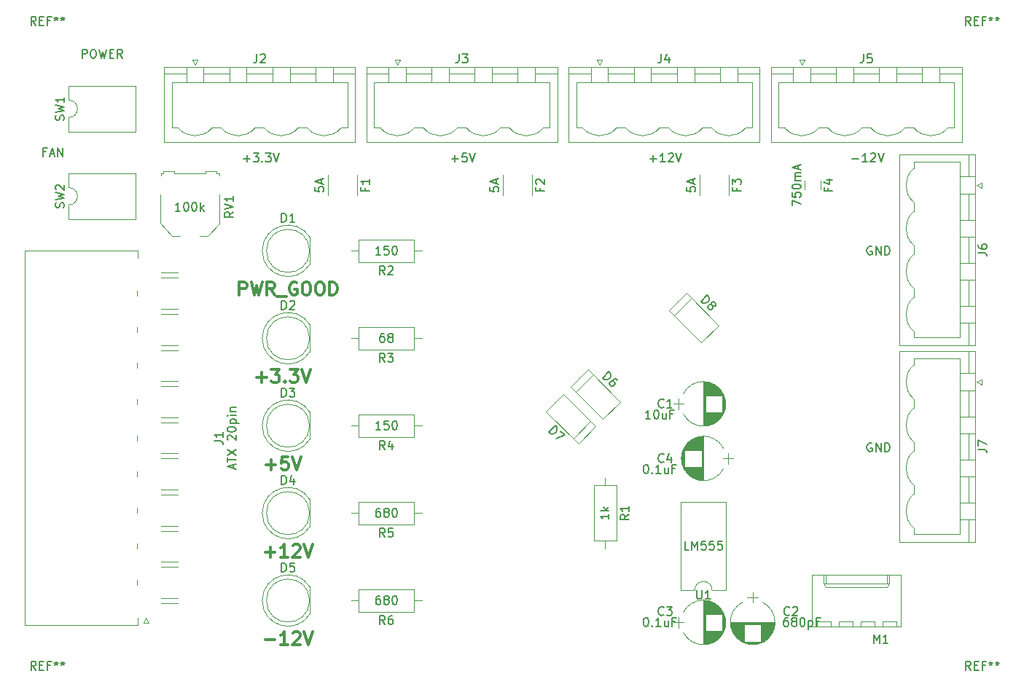
<source format=gbr>
G04 #@! TF.FileFunction,Legend,Top*
%FSLAX46Y46*%
G04 Gerber Fmt 4.6, Leading zero omitted, Abs format (unit mm)*
G04 Created by KiCad (PCBNEW 4.0.7) date 05/09/18 21:29:34*
%MOMM*%
%LPD*%
G01*
G04 APERTURE LIST*
%ADD10C,0.100000*%
%ADD11C,0.300000*%
%ADD12C,0.120000*%
%ADD13C,0.150000*%
G04 APERTURE END LIST*
D10*
D11*
X87527144Y-111232143D02*
X88670001Y-111232143D01*
X90170001Y-111803571D02*
X89312858Y-111803571D01*
X89741430Y-111803571D02*
X89741430Y-110303571D01*
X89598573Y-110517857D01*
X89455715Y-110660714D01*
X89312858Y-110732143D01*
X90741429Y-110446429D02*
X90812858Y-110375000D01*
X90955715Y-110303571D01*
X91312858Y-110303571D01*
X91455715Y-110375000D01*
X91527144Y-110446429D01*
X91598572Y-110589286D01*
X91598572Y-110732143D01*
X91527144Y-110946429D01*
X90670001Y-111803571D01*
X91598572Y-111803571D01*
X92027143Y-110303571D02*
X92527143Y-111803571D01*
X93027143Y-110303571D01*
X87527144Y-101072143D02*
X88670001Y-101072143D01*
X88098572Y-101643571D02*
X88098572Y-100500714D01*
X90170001Y-101643571D02*
X89312858Y-101643571D01*
X89741430Y-101643571D02*
X89741430Y-100143571D01*
X89598573Y-100357857D01*
X89455715Y-100500714D01*
X89312858Y-100572143D01*
X90741429Y-100286429D02*
X90812858Y-100215000D01*
X90955715Y-100143571D01*
X91312858Y-100143571D01*
X91455715Y-100215000D01*
X91527144Y-100286429D01*
X91598572Y-100429286D01*
X91598572Y-100572143D01*
X91527144Y-100786429D01*
X90670001Y-101643571D01*
X91598572Y-101643571D01*
X92027143Y-100143571D02*
X92527143Y-101643571D01*
X93027143Y-100143571D01*
X87606429Y-90912143D02*
X88749286Y-90912143D01*
X88177857Y-91483571D02*
X88177857Y-90340714D01*
X90177858Y-89983571D02*
X89463572Y-89983571D01*
X89392143Y-90697857D01*
X89463572Y-90626429D01*
X89606429Y-90555000D01*
X89963572Y-90555000D01*
X90106429Y-90626429D01*
X90177858Y-90697857D01*
X90249286Y-90840714D01*
X90249286Y-91197857D01*
X90177858Y-91340714D01*
X90106429Y-91412143D01*
X89963572Y-91483571D01*
X89606429Y-91483571D01*
X89463572Y-91412143D01*
X89392143Y-91340714D01*
X90677857Y-89983571D02*
X91177857Y-91483571D01*
X91677857Y-89983571D01*
X86535001Y-80752143D02*
X87677858Y-80752143D01*
X87106429Y-81323571D02*
X87106429Y-80180714D01*
X88249287Y-79823571D02*
X89177858Y-79823571D01*
X88677858Y-80395000D01*
X88892144Y-80395000D01*
X89035001Y-80466429D01*
X89106430Y-80537857D01*
X89177858Y-80680714D01*
X89177858Y-81037857D01*
X89106430Y-81180714D01*
X89035001Y-81252143D01*
X88892144Y-81323571D01*
X88463572Y-81323571D01*
X88320715Y-81252143D01*
X88249287Y-81180714D01*
X89820715Y-81180714D02*
X89892143Y-81252143D01*
X89820715Y-81323571D01*
X89749286Y-81252143D01*
X89820715Y-81180714D01*
X89820715Y-81323571D01*
X90392144Y-79823571D02*
X91320715Y-79823571D01*
X90820715Y-80395000D01*
X91035001Y-80395000D01*
X91177858Y-80466429D01*
X91249287Y-80537857D01*
X91320715Y-80680714D01*
X91320715Y-81037857D01*
X91249287Y-81180714D01*
X91177858Y-81252143D01*
X91035001Y-81323571D01*
X90606429Y-81323571D01*
X90463572Y-81252143D01*
X90392144Y-81180714D01*
X91749286Y-79823571D02*
X92249286Y-81323571D01*
X92749286Y-79823571D01*
X84527143Y-71163571D02*
X84527143Y-69663571D01*
X85098571Y-69663571D01*
X85241429Y-69735000D01*
X85312857Y-69806429D01*
X85384286Y-69949286D01*
X85384286Y-70163571D01*
X85312857Y-70306429D01*
X85241429Y-70377857D01*
X85098571Y-70449286D01*
X84527143Y-70449286D01*
X85884286Y-69663571D02*
X86241429Y-71163571D01*
X86527143Y-70092143D01*
X86812857Y-71163571D01*
X87170000Y-69663571D01*
X88598572Y-71163571D02*
X88098572Y-70449286D01*
X87741429Y-71163571D02*
X87741429Y-69663571D01*
X88312857Y-69663571D01*
X88455715Y-69735000D01*
X88527143Y-69806429D01*
X88598572Y-69949286D01*
X88598572Y-70163571D01*
X88527143Y-70306429D01*
X88455715Y-70377857D01*
X88312857Y-70449286D01*
X87741429Y-70449286D01*
X88884286Y-71306429D02*
X90027143Y-71306429D01*
X91170000Y-69735000D02*
X91027143Y-69663571D01*
X90812857Y-69663571D01*
X90598572Y-69735000D01*
X90455714Y-69877857D01*
X90384286Y-70020714D01*
X90312857Y-70306429D01*
X90312857Y-70520714D01*
X90384286Y-70806429D01*
X90455714Y-70949286D01*
X90598572Y-71092143D01*
X90812857Y-71163571D01*
X90955714Y-71163571D01*
X91170000Y-71092143D01*
X91241429Y-71020714D01*
X91241429Y-70520714D01*
X90955714Y-70520714D01*
X92170000Y-69663571D02*
X92455714Y-69663571D01*
X92598572Y-69735000D01*
X92741429Y-69877857D01*
X92812857Y-70163571D01*
X92812857Y-70663571D01*
X92741429Y-70949286D01*
X92598572Y-71092143D01*
X92455714Y-71163571D01*
X92170000Y-71163571D01*
X92027143Y-71092143D01*
X91884286Y-70949286D01*
X91812857Y-70663571D01*
X91812857Y-70163571D01*
X91884286Y-69877857D01*
X92027143Y-69735000D01*
X92170000Y-69663571D01*
X93741429Y-69663571D02*
X94027143Y-69663571D01*
X94170001Y-69735000D01*
X94312858Y-69877857D01*
X94384286Y-70163571D01*
X94384286Y-70663571D01*
X94312858Y-70949286D01*
X94170001Y-71092143D01*
X94027143Y-71163571D01*
X93741429Y-71163571D01*
X93598572Y-71092143D01*
X93455715Y-70949286D01*
X93384286Y-70663571D01*
X93384286Y-70163571D01*
X93455715Y-69877857D01*
X93598572Y-69735000D01*
X93741429Y-69663571D01*
X95027144Y-71163571D02*
X95027144Y-69663571D01*
X95384287Y-69663571D01*
X95598572Y-69735000D01*
X95741430Y-69877857D01*
X95812858Y-70020714D01*
X95884287Y-70306429D01*
X95884287Y-70520714D01*
X95812858Y-70806429D01*
X95741430Y-70949286D01*
X95598572Y-71092143D01*
X95384287Y-71163571D01*
X95027144Y-71163571D01*
D12*
X136430193Y-70936152D02*
X134436152Y-72930193D01*
X134436152Y-72930193D02*
X138197960Y-76692001D01*
X138197960Y-76692001D02*
X140192001Y-74697960D01*
X140192001Y-74697960D02*
X136430193Y-70936152D01*
X135383675Y-71883675D02*
X135433173Y-71933173D01*
X139244478Y-75744478D02*
X139194981Y-75694981D01*
X137024163Y-71530122D02*
X135030122Y-73524163D01*
X72710000Y-108680000D02*
X72710000Y-109530000D01*
X72710000Y-109530000D02*
X59610000Y-109530000D01*
X59610000Y-109530000D02*
X59610000Y-87780000D01*
X72710000Y-66880000D02*
X72710000Y-66030000D01*
X72710000Y-66030000D02*
X59610000Y-66030000D01*
X59610000Y-66030000D02*
X59610000Y-87780000D01*
X75460000Y-106980000D02*
X77360000Y-106980000D01*
X75460000Y-106380000D02*
X77360000Y-106380000D01*
X75460000Y-102780000D02*
X77360000Y-102780000D01*
X75460000Y-102180000D02*
X77360000Y-102180000D01*
X75460000Y-98580000D02*
X77360000Y-98580000D01*
X75460000Y-97980000D02*
X77360000Y-97980000D01*
X75460000Y-94380000D02*
X77360000Y-94380000D01*
X75460000Y-93780000D02*
X77360000Y-93780000D01*
X75460000Y-90180000D02*
X77360000Y-90180000D01*
X75460000Y-89580000D02*
X77360000Y-89580000D01*
X75460000Y-85980000D02*
X77360000Y-85980000D01*
X75460000Y-85380000D02*
X77360000Y-85380000D01*
X75460000Y-81780000D02*
X77360000Y-81780000D01*
X75460000Y-81180000D02*
X77360000Y-81180000D01*
X75460000Y-77580000D02*
X77360000Y-77580000D01*
X75460000Y-76980000D02*
X77360000Y-76980000D01*
X75460000Y-73380000D02*
X77360000Y-73380000D01*
X75460000Y-72780000D02*
X77360000Y-72780000D01*
X75460000Y-69180000D02*
X77360000Y-69180000D01*
X75460000Y-68580000D02*
X77360000Y-68580000D01*
X72660000Y-104880000D02*
X72660000Y-104280000D01*
X72660000Y-100680000D02*
X72660000Y-100080000D01*
X72660000Y-96480000D02*
X72660000Y-95880000D01*
X72660000Y-92280000D02*
X72660000Y-91680000D01*
X72660000Y-88080000D02*
X72660000Y-87480000D01*
X72660000Y-83880000D02*
X72660000Y-83280000D01*
X72660000Y-79680000D02*
X72660000Y-79080000D01*
X72660000Y-75480000D02*
X72660000Y-74880000D01*
X72660000Y-71280000D02*
X72660000Y-70680000D01*
X73660000Y-108680000D02*
X73960000Y-109280000D01*
X73960000Y-109280000D02*
X73360000Y-109280000D01*
X73360000Y-109280000D02*
X73660000Y-108680000D01*
X140715722Y-82640277D02*
G75*
G03X136104420Y-82640000I-2305722J-1179723D01*
G01*
X140715722Y-84999723D02*
G75*
G02X136104420Y-85000000I-2305722J1179723D01*
G01*
X140715722Y-84999723D02*
G75*
G03X140715580Y-82640000I-2305722J1179723D01*
G01*
X138410000Y-81270000D02*
X138410000Y-86370000D01*
X138450000Y-81270000D02*
X138450000Y-86370000D01*
X138490000Y-81271000D02*
X138490000Y-86369000D01*
X138530000Y-81272000D02*
X138530000Y-86368000D01*
X138570000Y-81274000D02*
X138570000Y-86366000D01*
X138610000Y-81277000D02*
X138610000Y-86363000D01*
X138650000Y-81281000D02*
X138650000Y-86359000D01*
X138690000Y-81285000D02*
X138690000Y-82840000D01*
X138690000Y-84800000D02*
X138690000Y-86355000D01*
X138730000Y-81289000D02*
X138730000Y-82840000D01*
X138730000Y-84800000D02*
X138730000Y-86351000D01*
X138770000Y-81295000D02*
X138770000Y-82840000D01*
X138770000Y-84800000D02*
X138770000Y-86345000D01*
X138810000Y-81301000D02*
X138810000Y-82840000D01*
X138810000Y-84800000D02*
X138810000Y-86339000D01*
X138850000Y-81307000D02*
X138850000Y-82840000D01*
X138850000Y-84800000D02*
X138850000Y-86333000D01*
X138890000Y-81314000D02*
X138890000Y-82840000D01*
X138890000Y-84800000D02*
X138890000Y-86326000D01*
X138930000Y-81322000D02*
X138930000Y-82840000D01*
X138930000Y-84800000D02*
X138930000Y-86318000D01*
X138970000Y-81331000D02*
X138970000Y-82840000D01*
X138970000Y-84800000D02*
X138970000Y-86309000D01*
X139010000Y-81340000D02*
X139010000Y-82840000D01*
X139010000Y-84800000D02*
X139010000Y-86300000D01*
X139050000Y-81350000D02*
X139050000Y-82840000D01*
X139050000Y-84800000D02*
X139050000Y-86290000D01*
X139090000Y-81360000D02*
X139090000Y-82840000D01*
X139090000Y-84800000D02*
X139090000Y-86280000D01*
X139131000Y-81372000D02*
X139131000Y-82840000D01*
X139131000Y-84800000D02*
X139131000Y-86268000D01*
X139171000Y-81384000D02*
X139171000Y-82840000D01*
X139171000Y-84800000D02*
X139171000Y-86256000D01*
X139211000Y-81396000D02*
X139211000Y-82840000D01*
X139211000Y-84800000D02*
X139211000Y-86244000D01*
X139251000Y-81410000D02*
X139251000Y-82840000D01*
X139251000Y-84800000D02*
X139251000Y-86230000D01*
X139291000Y-81424000D02*
X139291000Y-82840000D01*
X139291000Y-84800000D02*
X139291000Y-86216000D01*
X139331000Y-81438000D02*
X139331000Y-82840000D01*
X139331000Y-84800000D02*
X139331000Y-86202000D01*
X139371000Y-81454000D02*
X139371000Y-82840000D01*
X139371000Y-84800000D02*
X139371000Y-86186000D01*
X139411000Y-81470000D02*
X139411000Y-82840000D01*
X139411000Y-84800000D02*
X139411000Y-86170000D01*
X139451000Y-81487000D02*
X139451000Y-82840000D01*
X139451000Y-84800000D02*
X139451000Y-86153000D01*
X139491000Y-81505000D02*
X139491000Y-82840000D01*
X139491000Y-84800000D02*
X139491000Y-86135000D01*
X139531000Y-81524000D02*
X139531000Y-82840000D01*
X139531000Y-84800000D02*
X139531000Y-86116000D01*
X139571000Y-81544000D02*
X139571000Y-82840000D01*
X139571000Y-84800000D02*
X139571000Y-86096000D01*
X139611000Y-81564000D02*
X139611000Y-82840000D01*
X139611000Y-84800000D02*
X139611000Y-86076000D01*
X139651000Y-81586000D02*
X139651000Y-82840000D01*
X139651000Y-84800000D02*
X139651000Y-86054000D01*
X139691000Y-81608000D02*
X139691000Y-82840000D01*
X139691000Y-84800000D02*
X139691000Y-86032000D01*
X139731000Y-81631000D02*
X139731000Y-82840000D01*
X139731000Y-84800000D02*
X139731000Y-86009000D01*
X139771000Y-81655000D02*
X139771000Y-82840000D01*
X139771000Y-84800000D02*
X139771000Y-85985000D01*
X139811000Y-81680000D02*
X139811000Y-82840000D01*
X139811000Y-84800000D02*
X139811000Y-85960000D01*
X139851000Y-81707000D02*
X139851000Y-82840000D01*
X139851000Y-84800000D02*
X139851000Y-85933000D01*
X139891000Y-81734000D02*
X139891000Y-82840000D01*
X139891000Y-84800000D02*
X139891000Y-85906000D01*
X139931000Y-81762000D02*
X139931000Y-82840000D01*
X139931000Y-84800000D02*
X139931000Y-85878000D01*
X139971000Y-81792000D02*
X139971000Y-82840000D01*
X139971000Y-84800000D02*
X139971000Y-85848000D01*
X140011000Y-81823000D02*
X140011000Y-82840000D01*
X140011000Y-84800000D02*
X140011000Y-85817000D01*
X140051000Y-81855000D02*
X140051000Y-82840000D01*
X140051000Y-84800000D02*
X140051000Y-85785000D01*
X140091000Y-81888000D02*
X140091000Y-82840000D01*
X140091000Y-84800000D02*
X140091000Y-85752000D01*
X140131000Y-81923000D02*
X140131000Y-82840000D01*
X140131000Y-84800000D02*
X140131000Y-85717000D01*
X140171000Y-81959000D02*
X140171000Y-82840000D01*
X140171000Y-84800000D02*
X140171000Y-85681000D01*
X140211000Y-81997000D02*
X140211000Y-82840000D01*
X140211000Y-84800000D02*
X140211000Y-85643000D01*
X140251000Y-82037000D02*
X140251000Y-82840000D01*
X140251000Y-84800000D02*
X140251000Y-85603000D01*
X140291000Y-82078000D02*
X140291000Y-82840000D01*
X140291000Y-84800000D02*
X140291000Y-85562000D01*
X140331000Y-82121000D02*
X140331000Y-82840000D01*
X140331000Y-84800000D02*
X140331000Y-85519000D01*
X140371000Y-82166000D02*
X140371000Y-82840000D01*
X140371000Y-84800000D02*
X140371000Y-85474000D01*
X140411000Y-82214000D02*
X140411000Y-82840000D01*
X140411000Y-84800000D02*
X140411000Y-85426000D01*
X140451000Y-82264000D02*
X140451000Y-82840000D01*
X140451000Y-84800000D02*
X140451000Y-85376000D01*
X140491000Y-82316000D02*
X140491000Y-82840000D01*
X140491000Y-84800000D02*
X140491000Y-85324000D01*
X140531000Y-82372000D02*
X140531000Y-82840000D01*
X140531000Y-84800000D02*
X140531000Y-85268000D01*
X140571000Y-82430000D02*
X140571000Y-82840000D01*
X140571000Y-84800000D02*
X140571000Y-85210000D01*
X140611000Y-82493000D02*
X140611000Y-82840000D01*
X140611000Y-84800000D02*
X140611000Y-85147000D01*
X140651000Y-82559000D02*
X140651000Y-85081000D01*
X140691000Y-82631000D02*
X140691000Y-85009000D01*
X140731000Y-82708000D02*
X140731000Y-84932000D01*
X140771000Y-82792000D02*
X140771000Y-84848000D01*
X140811000Y-82886000D02*
X140811000Y-84754000D01*
X140851000Y-82991000D02*
X140851000Y-84649000D01*
X140891000Y-83113000D02*
X140891000Y-84527000D01*
X140931000Y-83261000D02*
X140931000Y-84379000D01*
X140971000Y-83466000D02*
X140971000Y-84174000D01*
X134960000Y-83820000D02*
X136160000Y-83820000D01*
X135560000Y-83170000D02*
X135560000Y-84470000D01*
X145324723Y-111505722D02*
G75*
G03X145325000Y-106894420I-1179723J2305722D01*
G01*
X142965277Y-111505722D02*
G75*
G02X142965000Y-106894420I1179723J2305722D01*
G01*
X142965277Y-111505722D02*
G75*
G03X145325000Y-111505580I1179723J2305722D01*
G01*
X146695000Y-109200000D02*
X141595000Y-109200000D01*
X146695000Y-109240000D02*
X141595000Y-109240000D01*
X146694000Y-109280000D02*
X141596000Y-109280000D01*
X146693000Y-109320000D02*
X141597000Y-109320000D01*
X146691000Y-109360000D02*
X141599000Y-109360000D01*
X146688000Y-109400000D02*
X141602000Y-109400000D01*
X146684000Y-109440000D02*
X141606000Y-109440000D01*
X146680000Y-109480000D02*
X145125000Y-109480000D01*
X143165000Y-109480000D02*
X141610000Y-109480000D01*
X146676000Y-109520000D02*
X145125000Y-109520000D01*
X143165000Y-109520000D02*
X141614000Y-109520000D01*
X146670000Y-109560000D02*
X145125000Y-109560000D01*
X143165000Y-109560000D02*
X141620000Y-109560000D01*
X146664000Y-109600000D02*
X145125000Y-109600000D01*
X143165000Y-109600000D02*
X141626000Y-109600000D01*
X146658000Y-109640000D02*
X145125000Y-109640000D01*
X143165000Y-109640000D02*
X141632000Y-109640000D01*
X146651000Y-109680000D02*
X145125000Y-109680000D01*
X143165000Y-109680000D02*
X141639000Y-109680000D01*
X146643000Y-109720000D02*
X145125000Y-109720000D01*
X143165000Y-109720000D02*
X141647000Y-109720000D01*
X146634000Y-109760000D02*
X145125000Y-109760000D01*
X143165000Y-109760000D02*
X141656000Y-109760000D01*
X146625000Y-109800000D02*
X145125000Y-109800000D01*
X143165000Y-109800000D02*
X141665000Y-109800000D01*
X146615000Y-109840000D02*
X145125000Y-109840000D01*
X143165000Y-109840000D02*
X141675000Y-109840000D01*
X146605000Y-109880000D02*
X145125000Y-109880000D01*
X143165000Y-109880000D02*
X141685000Y-109880000D01*
X146593000Y-109921000D02*
X145125000Y-109921000D01*
X143165000Y-109921000D02*
X141697000Y-109921000D01*
X146581000Y-109961000D02*
X145125000Y-109961000D01*
X143165000Y-109961000D02*
X141709000Y-109961000D01*
X146569000Y-110001000D02*
X145125000Y-110001000D01*
X143165000Y-110001000D02*
X141721000Y-110001000D01*
X146555000Y-110041000D02*
X145125000Y-110041000D01*
X143165000Y-110041000D02*
X141735000Y-110041000D01*
X146541000Y-110081000D02*
X145125000Y-110081000D01*
X143165000Y-110081000D02*
X141749000Y-110081000D01*
X146527000Y-110121000D02*
X145125000Y-110121000D01*
X143165000Y-110121000D02*
X141763000Y-110121000D01*
X146511000Y-110161000D02*
X145125000Y-110161000D01*
X143165000Y-110161000D02*
X141779000Y-110161000D01*
X146495000Y-110201000D02*
X145125000Y-110201000D01*
X143165000Y-110201000D02*
X141795000Y-110201000D01*
X146478000Y-110241000D02*
X145125000Y-110241000D01*
X143165000Y-110241000D02*
X141812000Y-110241000D01*
X146460000Y-110281000D02*
X145125000Y-110281000D01*
X143165000Y-110281000D02*
X141830000Y-110281000D01*
X146441000Y-110321000D02*
X145125000Y-110321000D01*
X143165000Y-110321000D02*
X141849000Y-110321000D01*
X146421000Y-110361000D02*
X145125000Y-110361000D01*
X143165000Y-110361000D02*
X141869000Y-110361000D01*
X146401000Y-110401000D02*
X145125000Y-110401000D01*
X143165000Y-110401000D02*
X141889000Y-110401000D01*
X146379000Y-110441000D02*
X145125000Y-110441000D01*
X143165000Y-110441000D02*
X141911000Y-110441000D01*
X146357000Y-110481000D02*
X145125000Y-110481000D01*
X143165000Y-110481000D02*
X141933000Y-110481000D01*
X146334000Y-110521000D02*
X145125000Y-110521000D01*
X143165000Y-110521000D02*
X141956000Y-110521000D01*
X146310000Y-110561000D02*
X145125000Y-110561000D01*
X143165000Y-110561000D02*
X141980000Y-110561000D01*
X146285000Y-110601000D02*
X145125000Y-110601000D01*
X143165000Y-110601000D02*
X142005000Y-110601000D01*
X146258000Y-110641000D02*
X145125000Y-110641000D01*
X143165000Y-110641000D02*
X142032000Y-110641000D01*
X146231000Y-110681000D02*
X145125000Y-110681000D01*
X143165000Y-110681000D02*
X142059000Y-110681000D01*
X146203000Y-110721000D02*
X145125000Y-110721000D01*
X143165000Y-110721000D02*
X142087000Y-110721000D01*
X146173000Y-110761000D02*
X145125000Y-110761000D01*
X143165000Y-110761000D02*
X142117000Y-110761000D01*
X146142000Y-110801000D02*
X145125000Y-110801000D01*
X143165000Y-110801000D02*
X142148000Y-110801000D01*
X146110000Y-110841000D02*
X145125000Y-110841000D01*
X143165000Y-110841000D02*
X142180000Y-110841000D01*
X146077000Y-110881000D02*
X145125000Y-110881000D01*
X143165000Y-110881000D02*
X142213000Y-110881000D01*
X146042000Y-110921000D02*
X145125000Y-110921000D01*
X143165000Y-110921000D02*
X142248000Y-110921000D01*
X146006000Y-110961000D02*
X145125000Y-110961000D01*
X143165000Y-110961000D02*
X142284000Y-110961000D01*
X145968000Y-111001000D02*
X145125000Y-111001000D01*
X143165000Y-111001000D02*
X142322000Y-111001000D01*
X145928000Y-111041000D02*
X145125000Y-111041000D01*
X143165000Y-111041000D02*
X142362000Y-111041000D01*
X145887000Y-111081000D02*
X145125000Y-111081000D01*
X143165000Y-111081000D02*
X142403000Y-111081000D01*
X145844000Y-111121000D02*
X145125000Y-111121000D01*
X143165000Y-111121000D02*
X142446000Y-111121000D01*
X145799000Y-111161000D02*
X145125000Y-111161000D01*
X143165000Y-111161000D02*
X142491000Y-111161000D01*
X145751000Y-111201000D02*
X145125000Y-111201000D01*
X143165000Y-111201000D02*
X142539000Y-111201000D01*
X145701000Y-111241000D02*
X145125000Y-111241000D01*
X143165000Y-111241000D02*
X142589000Y-111241000D01*
X145649000Y-111281000D02*
X145125000Y-111281000D01*
X143165000Y-111281000D02*
X142641000Y-111281000D01*
X145593000Y-111321000D02*
X145125000Y-111321000D01*
X143165000Y-111321000D02*
X142697000Y-111321000D01*
X145535000Y-111361000D02*
X145125000Y-111361000D01*
X143165000Y-111361000D02*
X142755000Y-111361000D01*
X145472000Y-111401000D02*
X145125000Y-111401000D01*
X143165000Y-111401000D02*
X142818000Y-111401000D01*
X145406000Y-111441000D02*
X142884000Y-111441000D01*
X145334000Y-111481000D02*
X142956000Y-111481000D01*
X145257000Y-111521000D02*
X143033000Y-111521000D01*
X145173000Y-111561000D02*
X143117000Y-111561000D01*
X145079000Y-111601000D02*
X143211000Y-111601000D01*
X144974000Y-111641000D02*
X143316000Y-111641000D01*
X144852000Y-111681000D02*
X143438000Y-111681000D01*
X144704000Y-111721000D02*
X143586000Y-111721000D01*
X144499000Y-111761000D02*
X143791000Y-111761000D01*
X144145000Y-105750000D02*
X144145000Y-106950000D01*
X144795000Y-106350000D02*
X143495000Y-106350000D01*
X140715722Y-108040277D02*
G75*
G03X136104420Y-108040000I-2305722J-1179723D01*
G01*
X140715722Y-110399723D02*
G75*
G02X136104420Y-110400000I-2305722J1179723D01*
G01*
X140715722Y-110399723D02*
G75*
G03X140715580Y-108040000I-2305722J1179723D01*
G01*
X138410000Y-106670000D02*
X138410000Y-111770000D01*
X138450000Y-106670000D02*
X138450000Y-111770000D01*
X138490000Y-106671000D02*
X138490000Y-111769000D01*
X138530000Y-106672000D02*
X138530000Y-111768000D01*
X138570000Y-106674000D02*
X138570000Y-111766000D01*
X138610000Y-106677000D02*
X138610000Y-111763000D01*
X138650000Y-106681000D02*
X138650000Y-111759000D01*
X138690000Y-106685000D02*
X138690000Y-108240000D01*
X138690000Y-110200000D02*
X138690000Y-111755000D01*
X138730000Y-106689000D02*
X138730000Y-108240000D01*
X138730000Y-110200000D02*
X138730000Y-111751000D01*
X138770000Y-106695000D02*
X138770000Y-108240000D01*
X138770000Y-110200000D02*
X138770000Y-111745000D01*
X138810000Y-106701000D02*
X138810000Y-108240000D01*
X138810000Y-110200000D02*
X138810000Y-111739000D01*
X138850000Y-106707000D02*
X138850000Y-108240000D01*
X138850000Y-110200000D02*
X138850000Y-111733000D01*
X138890000Y-106714000D02*
X138890000Y-108240000D01*
X138890000Y-110200000D02*
X138890000Y-111726000D01*
X138930000Y-106722000D02*
X138930000Y-108240000D01*
X138930000Y-110200000D02*
X138930000Y-111718000D01*
X138970000Y-106731000D02*
X138970000Y-108240000D01*
X138970000Y-110200000D02*
X138970000Y-111709000D01*
X139010000Y-106740000D02*
X139010000Y-108240000D01*
X139010000Y-110200000D02*
X139010000Y-111700000D01*
X139050000Y-106750000D02*
X139050000Y-108240000D01*
X139050000Y-110200000D02*
X139050000Y-111690000D01*
X139090000Y-106760000D02*
X139090000Y-108240000D01*
X139090000Y-110200000D02*
X139090000Y-111680000D01*
X139131000Y-106772000D02*
X139131000Y-108240000D01*
X139131000Y-110200000D02*
X139131000Y-111668000D01*
X139171000Y-106784000D02*
X139171000Y-108240000D01*
X139171000Y-110200000D02*
X139171000Y-111656000D01*
X139211000Y-106796000D02*
X139211000Y-108240000D01*
X139211000Y-110200000D02*
X139211000Y-111644000D01*
X139251000Y-106810000D02*
X139251000Y-108240000D01*
X139251000Y-110200000D02*
X139251000Y-111630000D01*
X139291000Y-106824000D02*
X139291000Y-108240000D01*
X139291000Y-110200000D02*
X139291000Y-111616000D01*
X139331000Y-106838000D02*
X139331000Y-108240000D01*
X139331000Y-110200000D02*
X139331000Y-111602000D01*
X139371000Y-106854000D02*
X139371000Y-108240000D01*
X139371000Y-110200000D02*
X139371000Y-111586000D01*
X139411000Y-106870000D02*
X139411000Y-108240000D01*
X139411000Y-110200000D02*
X139411000Y-111570000D01*
X139451000Y-106887000D02*
X139451000Y-108240000D01*
X139451000Y-110200000D02*
X139451000Y-111553000D01*
X139491000Y-106905000D02*
X139491000Y-108240000D01*
X139491000Y-110200000D02*
X139491000Y-111535000D01*
X139531000Y-106924000D02*
X139531000Y-108240000D01*
X139531000Y-110200000D02*
X139531000Y-111516000D01*
X139571000Y-106944000D02*
X139571000Y-108240000D01*
X139571000Y-110200000D02*
X139571000Y-111496000D01*
X139611000Y-106964000D02*
X139611000Y-108240000D01*
X139611000Y-110200000D02*
X139611000Y-111476000D01*
X139651000Y-106986000D02*
X139651000Y-108240000D01*
X139651000Y-110200000D02*
X139651000Y-111454000D01*
X139691000Y-107008000D02*
X139691000Y-108240000D01*
X139691000Y-110200000D02*
X139691000Y-111432000D01*
X139731000Y-107031000D02*
X139731000Y-108240000D01*
X139731000Y-110200000D02*
X139731000Y-111409000D01*
X139771000Y-107055000D02*
X139771000Y-108240000D01*
X139771000Y-110200000D02*
X139771000Y-111385000D01*
X139811000Y-107080000D02*
X139811000Y-108240000D01*
X139811000Y-110200000D02*
X139811000Y-111360000D01*
X139851000Y-107107000D02*
X139851000Y-108240000D01*
X139851000Y-110200000D02*
X139851000Y-111333000D01*
X139891000Y-107134000D02*
X139891000Y-108240000D01*
X139891000Y-110200000D02*
X139891000Y-111306000D01*
X139931000Y-107162000D02*
X139931000Y-108240000D01*
X139931000Y-110200000D02*
X139931000Y-111278000D01*
X139971000Y-107192000D02*
X139971000Y-108240000D01*
X139971000Y-110200000D02*
X139971000Y-111248000D01*
X140011000Y-107223000D02*
X140011000Y-108240000D01*
X140011000Y-110200000D02*
X140011000Y-111217000D01*
X140051000Y-107255000D02*
X140051000Y-108240000D01*
X140051000Y-110200000D02*
X140051000Y-111185000D01*
X140091000Y-107288000D02*
X140091000Y-108240000D01*
X140091000Y-110200000D02*
X140091000Y-111152000D01*
X140131000Y-107323000D02*
X140131000Y-108240000D01*
X140131000Y-110200000D02*
X140131000Y-111117000D01*
X140171000Y-107359000D02*
X140171000Y-108240000D01*
X140171000Y-110200000D02*
X140171000Y-111081000D01*
X140211000Y-107397000D02*
X140211000Y-108240000D01*
X140211000Y-110200000D02*
X140211000Y-111043000D01*
X140251000Y-107437000D02*
X140251000Y-108240000D01*
X140251000Y-110200000D02*
X140251000Y-111003000D01*
X140291000Y-107478000D02*
X140291000Y-108240000D01*
X140291000Y-110200000D02*
X140291000Y-110962000D01*
X140331000Y-107521000D02*
X140331000Y-108240000D01*
X140331000Y-110200000D02*
X140331000Y-110919000D01*
X140371000Y-107566000D02*
X140371000Y-108240000D01*
X140371000Y-110200000D02*
X140371000Y-110874000D01*
X140411000Y-107614000D02*
X140411000Y-108240000D01*
X140411000Y-110200000D02*
X140411000Y-110826000D01*
X140451000Y-107664000D02*
X140451000Y-108240000D01*
X140451000Y-110200000D02*
X140451000Y-110776000D01*
X140491000Y-107716000D02*
X140491000Y-108240000D01*
X140491000Y-110200000D02*
X140491000Y-110724000D01*
X140531000Y-107772000D02*
X140531000Y-108240000D01*
X140531000Y-110200000D02*
X140531000Y-110668000D01*
X140571000Y-107830000D02*
X140571000Y-108240000D01*
X140571000Y-110200000D02*
X140571000Y-110610000D01*
X140611000Y-107893000D02*
X140611000Y-108240000D01*
X140611000Y-110200000D02*
X140611000Y-110547000D01*
X140651000Y-107959000D02*
X140651000Y-110481000D01*
X140691000Y-108031000D02*
X140691000Y-110409000D01*
X140731000Y-108108000D02*
X140731000Y-110332000D01*
X140771000Y-108192000D02*
X140771000Y-110248000D01*
X140811000Y-108286000D02*
X140811000Y-110154000D01*
X140851000Y-108391000D02*
X140851000Y-110049000D01*
X140891000Y-108513000D02*
X140891000Y-109927000D01*
X140931000Y-108661000D02*
X140931000Y-109779000D01*
X140971000Y-108866000D02*
X140971000Y-109574000D01*
X134960000Y-109220000D02*
X136160000Y-109220000D01*
X135560000Y-108570000D02*
X135560000Y-109870000D01*
X136144278Y-91349723D02*
G75*
G03X140755580Y-91350000I2305722J1179723D01*
G01*
X136144278Y-88990277D02*
G75*
G02X140755580Y-88990000I2305722J-1179723D01*
G01*
X136144278Y-88990277D02*
G75*
G03X136144420Y-91350000I2305722J-1179723D01*
G01*
X138450000Y-92720000D02*
X138450000Y-87620000D01*
X138410000Y-92720000D02*
X138410000Y-87620000D01*
X138370000Y-92719000D02*
X138370000Y-87621000D01*
X138330000Y-92718000D02*
X138330000Y-87622000D01*
X138290000Y-92716000D02*
X138290000Y-87624000D01*
X138250000Y-92713000D02*
X138250000Y-87627000D01*
X138210000Y-92709000D02*
X138210000Y-87631000D01*
X138170000Y-92705000D02*
X138170000Y-91150000D01*
X138170000Y-89190000D02*
X138170000Y-87635000D01*
X138130000Y-92701000D02*
X138130000Y-91150000D01*
X138130000Y-89190000D02*
X138130000Y-87639000D01*
X138090000Y-92695000D02*
X138090000Y-91150000D01*
X138090000Y-89190000D02*
X138090000Y-87645000D01*
X138050000Y-92689000D02*
X138050000Y-91150000D01*
X138050000Y-89190000D02*
X138050000Y-87651000D01*
X138010000Y-92683000D02*
X138010000Y-91150000D01*
X138010000Y-89190000D02*
X138010000Y-87657000D01*
X137970000Y-92676000D02*
X137970000Y-91150000D01*
X137970000Y-89190000D02*
X137970000Y-87664000D01*
X137930000Y-92668000D02*
X137930000Y-91150000D01*
X137930000Y-89190000D02*
X137930000Y-87672000D01*
X137890000Y-92659000D02*
X137890000Y-91150000D01*
X137890000Y-89190000D02*
X137890000Y-87681000D01*
X137850000Y-92650000D02*
X137850000Y-91150000D01*
X137850000Y-89190000D02*
X137850000Y-87690000D01*
X137810000Y-92640000D02*
X137810000Y-91150000D01*
X137810000Y-89190000D02*
X137810000Y-87700000D01*
X137770000Y-92630000D02*
X137770000Y-91150000D01*
X137770000Y-89190000D02*
X137770000Y-87710000D01*
X137729000Y-92618000D02*
X137729000Y-91150000D01*
X137729000Y-89190000D02*
X137729000Y-87722000D01*
X137689000Y-92606000D02*
X137689000Y-91150000D01*
X137689000Y-89190000D02*
X137689000Y-87734000D01*
X137649000Y-92594000D02*
X137649000Y-91150000D01*
X137649000Y-89190000D02*
X137649000Y-87746000D01*
X137609000Y-92580000D02*
X137609000Y-91150000D01*
X137609000Y-89190000D02*
X137609000Y-87760000D01*
X137569000Y-92566000D02*
X137569000Y-91150000D01*
X137569000Y-89190000D02*
X137569000Y-87774000D01*
X137529000Y-92552000D02*
X137529000Y-91150000D01*
X137529000Y-89190000D02*
X137529000Y-87788000D01*
X137489000Y-92536000D02*
X137489000Y-91150000D01*
X137489000Y-89190000D02*
X137489000Y-87804000D01*
X137449000Y-92520000D02*
X137449000Y-91150000D01*
X137449000Y-89190000D02*
X137449000Y-87820000D01*
X137409000Y-92503000D02*
X137409000Y-91150000D01*
X137409000Y-89190000D02*
X137409000Y-87837000D01*
X137369000Y-92485000D02*
X137369000Y-91150000D01*
X137369000Y-89190000D02*
X137369000Y-87855000D01*
X137329000Y-92466000D02*
X137329000Y-91150000D01*
X137329000Y-89190000D02*
X137329000Y-87874000D01*
X137289000Y-92446000D02*
X137289000Y-91150000D01*
X137289000Y-89190000D02*
X137289000Y-87894000D01*
X137249000Y-92426000D02*
X137249000Y-91150000D01*
X137249000Y-89190000D02*
X137249000Y-87914000D01*
X137209000Y-92404000D02*
X137209000Y-91150000D01*
X137209000Y-89190000D02*
X137209000Y-87936000D01*
X137169000Y-92382000D02*
X137169000Y-91150000D01*
X137169000Y-89190000D02*
X137169000Y-87958000D01*
X137129000Y-92359000D02*
X137129000Y-91150000D01*
X137129000Y-89190000D02*
X137129000Y-87981000D01*
X137089000Y-92335000D02*
X137089000Y-91150000D01*
X137089000Y-89190000D02*
X137089000Y-88005000D01*
X137049000Y-92310000D02*
X137049000Y-91150000D01*
X137049000Y-89190000D02*
X137049000Y-88030000D01*
X137009000Y-92283000D02*
X137009000Y-91150000D01*
X137009000Y-89190000D02*
X137009000Y-88057000D01*
X136969000Y-92256000D02*
X136969000Y-91150000D01*
X136969000Y-89190000D02*
X136969000Y-88084000D01*
X136929000Y-92228000D02*
X136929000Y-91150000D01*
X136929000Y-89190000D02*
X136929000Y-88112000D01*
X136889000Y-92198000D02*
X136889000Y-91150000D01*
X136889000Y-89190000D02*
X136889000Y-88142000D01*
X136849000Y-92167000D02*
X136849000Y-91150000D01*
X136849000Y-89190000D02*
X136849000Y-88173000D01*
X136809000Y-92135000D02*
X136809000Y-91150000D01*
X136809000Y-89190000D02*
X136809000Y-88205000D01*
X136769000Y-92102000D02*
X136769000Y-91150000D01*
X136769000Y-89190000D02*
X136769000Y-88238000D01*
X136729000Y-92067000D02*
X136729000Y-91150000D01*
X136729000Y-89190000D02*
X136729000Y-88273000D01*
X136689000Y-92031000D02*
X136689000Y-91150000D01*
X136689000Y-89190000D02*
X136689000Y-88309000D01*
X136649000Y-91993000D02*
X136649000Y-91150000D01*
X136649000Y-89190000D02*
X136649000Y-88347000D01*
X136609000Y-91953000D02*
X136609000Y-91150000D01*
X136609000Y-89190000D02*
X136609000Y-88387000D01*
X136569000Y-91912000D02*
X136569000Y-91150000D01*
X136569000Y-89190000D02*
X136569000Y-88428000D01*
X136529000Y-91869000D02*
X136529000Y-91150000D01*
X136529000Y-89190000D02*
X136529000Y-88471000D01*
X136489000Y-91824000D02*
X136489000Y-91150000D01*
X136489000Y-89190000D02*
X136489000Y-88516000D01*
X136449000Y-91776000D02*
X136449000Y-91150000D01*
X136449000Y-89190000D02*
X136449000Y-88564000D01*
X136409000Y-91726000D02*
X136409000Y-91150000D01*
X136409000Y-89190000D02*
X136409000Y-88614000D01*
X136369000Y-91674000D02*
X136369000Y-91150000D01*
X136369000Y-89190000D02*
X136369000Y-88666000D01*
X136329000Y-91618000D02*
X136329000Y-91150000D01*
X136329000Y-89190000D02*
X136329000Y-88722000D01*
X136289000Y-91560000D02*
X136289000Y-91150000D01*
X136289000Y-89190000D02*
X136289000Y-88780000D01*
X136249000Y-91497000D02*
X136249000Y-91150000D01*
X136249000Y-89190000D02*
X136249000Y-88843000D01*
X136209000Y-91431000D02*
X136209000Y-88909000D01*
X136169000Y-91359000D02*
X136169000Y-88981000D01*
X136129000Y-91282000D02*
X136129000Y-89058000D01*
X136089000Y-91198000D02*
X136089000Y-89142000D01*
X136049000Y-91104000D02*
X136049000Y-89236000D01*
X136009000Y-90999000D02*
X136009000Y-89341000D01*
X135969000Y-90877000D02*
X135969000Y-89463000D01*
X135929000Y-90729000D02*
X135929000Y-89611000D01*
X135889000Y-90524000D02*
X135889000Y-89816000D01*
X141900000Y-90170000D02*
X140700000Y-90170000D01*
X141300000Y-90820000D02*
X141300000Y-89520000D01*
X87180000Y-66039538D02*
G75*
G03X92730000Y-67584830I2990000J-462D01*
G01*
X87180000Y-66040462D02*
G75*
G02X92730000Y-64495170I2990000J462D01*
G01*
X92670000Y-66040000D02*
G75*
G03X92670000Y-66040000I-2500000J0D01*
G01*
X92730000Y-67585000D02*
X92730000Y-64495000D01*
X87180000Y-76199538D02*
G75*
G03X92730000Y-77744830I2990000J-462D01*
G01*
X87180000Y-76200462D02*
G75*
G02X92730000Y-74655170I2990000J462D01*
G01*
X92670000Y-76200000D02*
G75*
G03X92670000Y-76200000I-2500000J0D01*
G01*
X92730000Y-77745000D02*
X92730000Y-74655000D01*
X87180000Y-86359538D02*
G75*
G03X92730000Y-87904830I2990000J-462D01*
G01*
X87180000Y-86360462D02*
G75*
G02X92730000Y-84815170I2990000J462D01*
G01*
X92670000Y-86360000D02*
G75*
G03X92670000Y-86360000I-2500000J0D01*
G01*
X92730000Y-87905000D02*
X92730000Y-84815000D01*
X87180000Y-96519538D02*
G75*
G03X92730000Y-98064830I2990000J-462D01*
G01*
X87180000Y-96520462D02*
G75*
G02X92730000Y-94975170I2990000J462D01*
G01*
X92670000Y-96520000D02*
G75*
G03X92670000Y-96520000I-2500000J0D01*
G01*
X92730000Y-98065000D02*
X92730000Y-94975000D01*
X87180000Y-106679538D02*
G75*
G03X92730000Y-108224830I2990000J-462D01*
G01*
X87180000Y-106680462D02*
G75*
G02X92730000Y-105135170I2990000J462D01*
G01*
X92670000Y-106680000D02*
G75*
G03X92670000Y-106680000I-2500000J0D01*
G01*
X92730000Y-108225000D02*
X92730000Y-105135000D01*
X125000193Y-79826152D02*
X123006152Y-81820193D01*
X123006152Y-81820193D02*
X126767960Y-85582001D01*
X126767960Y-85582001D02*
X128762001Y-83587960D01*
X128762001Y-83587960D02*
X125000193Y-79826152D01*
X123953675Y-80773675D02*
X124003173Y-80823173D01*
X127814478Y-84634478D02*
X127764981Y-84584981D01*
X125594163Y-80420122D02*
X123600122Y-82414163D01*
X123919807Y-88448848D02*
X125913848Y-86454807D01*
X125913848Y-86454807D02*
X122152040Y-82692999D01*
X122152040Y-82692999D02*
X120157999Y-84687040D01*
X120157999Y-84687040D02*
X123919807Y-88448848D01*
X124966325Y-87501325D02*
X124916827Y-87451827D01*
X121105522Y-83640522D02*
X121155019Y-83690019D01*
X123325837Y-87854878D02*
X125319878Y-85860837D01*
X98230000Y-57240000D02*
X98230000Y-59600000D01*
X94810000Y-57240000D02*
X94810000Y-59600000D01*
X118550000Y-57240000D02*
X118550000Y-59600000D01*
X115130000Y-57240000D02*
X115130000Y-59600000D01*
X141410000Y-57240000D02*
X141410000Y-59600000D01*
X137990000Y-57240000D02*
X137990000Y-59600000D01*
X152040000Y-57920000D02*
X152040000Y-58920000D01*
X150220000Y-57920000D02*
X150220000Y-58920000D01*
X161390000Y-109700000D02*
X161390000Y-103700000D01*
X161390000Y-103700000D02*
X151030000Y-103700000D01*
X151030000Y-103700000D02*
X151030000Y-109700000D01*
X151030000Y-109700000D02*
X161390000Y-109700000D01*
X160020000Y-103700000D02*
X160020000Y-104700000D01*
X160020000Y-104700000D02*
X152400000Y-104700000D01*
X152400000Y-104700000D02*
X152400000Y-103700000D01*
X160020000Y-104700000D02*
X159770000Y-105130000D01*
X159770000Y-105130000D02*
X152650000Y-105130000D01*
X152650000Y-105130000D02*
X152400000Y-104700000D01*
X159770000Y-103700000D02*
X159770000Y-104700000D01*
X152650000Y-103700000D02*
X152650000Y-104700000D01*
X160820000Y-109700000D02*
X160820000Y-109080000D01*
X160820000Y-109080000D02*
X159220000Y-109080000D01*
X159220000Y-109080000D02*
X159220000Y-109700000D01*
X158280000Y-109700000D02*
X158280000Y-109080000D01*
X158280000Y-109080000D02*
X156680000Y-109080000D01*
X156680000Y-109080000D02*
X156680000Y-109700000D01*
X155740000Y-109700000D02*
X155740000Y-109080000D01*
X155740000Y-109080000D02*
X154140000Y-109080000D01*
X154140000Y-109080000D02*
X154140000Y-109700000D01*
X153200000Y-109700000D02*
X153200000Y-109080000D01*
X153200000Y-109080000D02*
X151600000Y-109080000D01*
X151600000Y-109080000D02*
X151600000Y-109700000D01*
X128310000Y-93310000D02*
X125690000Y-93310000D01*
X125690000Y-93310000D02*
X125690000Y-99730000D01*
X125690000Y-99730000D02*
X128310000Y-99730000D01*
X128310000Y-99730000D02*
X128310000Y-93310000D01*
X127000000Y-92420000D02*
X127000000Y-93310000D01*
X127000000Y-100620000D02*
X127000000Y-99730000D01*
X104810000Y-67350000D02*
X104810000Y-64730000D01*
X104810000Y-64730000D02*
X98390000Y-64730000D01*
X98390000Y-64730000D02*
X98390000Y-67350000D01*
X98390000Y-67350000D02*
X104810000Y-67350000D01*
X105700000Y-66040000D02*
X104810000Y-66040000D01*
X97500000Y-66040000D02*
X98390000Y-66040000D01*
X104810000Y-77510000D02*
X104810000Y-74890000D01*
X104810000Y-74890000D02*
X98390000Y-74890000D01*
X98390000Y-74890000D02*
X98390000Y-77510000D01*
X98390000Y-77510000D02*
X104810000Y-77510000D01*
X105700000Y-76200000D02*
X104810000Y-76200000D01*
X97500000Y-76200000D02*
X98390000Y-76200000D01*
X104810000Y-87670000D02*
X104810000Y-85050000D01*
X104810000Y-85050000D02*
X98390000Y-85050000D01*
X98390000Y-85050000D02*
X98390000Y-87670000D01*
X98390000Y-87670000D02*
X104810000Y-87670000D01*
X105700000Y-86360000D02*
X104810000Y-86360000D01*
X97500000Y-86360000D02*
X98390000Y-86360000D01*
X104810000Y-97830000D02*
X104810000Y-95210000D01*
X104810000Y-95210000D02*
X98390000Y-95210000D01*
X98390000Y-95210000D02*
X98390000Y-97830000D01*
X98390000Y-97830000D02*
X104810000Y-97830000D01*
X105700000Y-96520000D02*
X104810000Y-96520000D01*
X97500000Y-96520000D02*
X98390000Y-96520000D01*
X104810000Y-107990000D02*
X104810000Y-105370000D01*
X104810000Y-105370000D02*
X98390000Y-105370000D01*
X98390000Y-105370000D02*
X98390000Y-107990000D01*
X98390000Y-107990000D02*
X104810000Y-107990000D01*
X105700000Y-106680000D02*
X104810000Y-106680000D01*
X97500000Y-106680000D02*
X98390000Y-106680000D01*
X64710000Y-48530000D02*
G75*
G02X64710000Y-50530000I0J-1000000D01*
G01*
X64710000Y-50530000D02*
X64710000Y-52180000D01*
X64710000Y-52180000D02*
X72450000Y-52180000D01*
X72450000Y-52180000D02*
X72450000Y-46880000D01*
X72450000Y-46880000D02*
X64710000Y-46880000D01*
X64710000Y-46880000D02*
X64710000Y-48530000D01*
X64710000Y-58690000D02*
G75*
G02X64710000Y-60690000I0J-1000000D01*
G01*
X64710000Y-60690000D02*
X64710000Y-62340000D01*
X64710000Y-62340000D02*
X72450000Y-62340000D01*
X72450000Y-62340000D02*
X72450000Y-57040000D01*
X72450000Y-57040000D02*
X64710000Y-57040000D01*
X64710000Y-57040000D02*
X64710000Y-58690000D01*
X137430000Y-105470000D02*
G75*
G02X139430000Y-105470000I1000000J0D01*
G01*
X139430000Y-105470000D02*
X141080000Y-105470000D01*
X141080000Y-105470000D02*
X141080000Y-95190000D01*
X141080000Y-95190000D02*
X135780000Y-95190000D01*
X135780000Y-95190000D02*
X135780000Y-105470000D01*
X135780000Y-105470000D02*
X137430000Y-105470000D01*
X75430000Y-57270000D02*
X75430000Y-57020000D01*
X75430000Y-57020000D02*
X75680000Y-57020000D01*
X75680000Y-57020000D02*
X75680000Y-56770000D01*
X75680000Y-56770000D02*
X76930000Y-56770000D01*
X76930000Y-56770000D02*
X76930000Y-57020000D01*
X76930000Y-57020000D02*
X80580000Y-57020000D01*
X80580000Y-57020000D02*
X80580000Y-56770000D01*
X80580000Y-56770000D02*
X81880000Y-56770000D01*
X81880000Y-56770000D02*
X81880000Y-57020000D01*
X81880000Y-57020000D02*
X82180000Y-57020000D01*
X82180000Y-57020000D02*
X82180000Y-57270000D01*
X77630000Y-64320000D02*
X76730000Y-64320000D01*
X76730000Y-64320000D02*
X75380000Y-62820000D01*
X75380000Y-62820000D02*
X75380000Y-59520000D01*
X82180000Y-59520000D02*
X82180000Y-62870000D01*
X82180000Y-62870000D02*
X80830000Y-64320000D01*
X80830000Y-64320000D02*
X79930000Y-64320000D01*
X81361841Y-51745821D02*
G75*
G02X77375000Y-51730000I-1986841J1665821D01*
G01*
X86361841Y-51745821D02*
G75*
G02X82375000Y-51730000I-1986841J1665821D01*
G01*
X91361841Y-51745821D02*
G75*
G02X87375000Y-51730000I-1986841J1665821D01*
G01*
X96361841Y-51745821D02*
G75*
G02X92375000Y-51730000I-1986841J1665821D01*
G01*
X75795000Y-44650000D02*
X75795000Y-53410000D01*
X75795000Y-53410000D02*
X97955000Y-53410000D01*
X97955000Y-53410000D02*
X97955000Y-44650000D01*
X97955000Y-44650000D02*
X75795000Y-44650000D01*
X75795000Y-45430000D02*
X78295000Y-45430000D01*
X97955000Y-45430000D02*
X95455000Y-45430000D01*
X80375000Y-45430000D02*
X83375000Y-45430000D01*
X85375000Y-45430000D02*
X88375000Y-45430000D01*
X90375000Y-45430000D02*
X93375000Y-45430000D01*
X78375000Y-46430000D02*
X78375000Y-44650000D01*
X78375000Y-44650000D02*
X80375000Y-44650000D01*
X80375000Y-44650000D02*
X80375000Y-46430000D01*
X80375000Y-46430000D02*
X78375000Y-46430000D01*
X83375000Y-46430000D02*
X83375000Y-44650000D01*
X83375000Y-44650000D02*
X85375000Y-44650000D01*
X85375000Y-44650000D02*
X85375000Y-46430000D01*
X85375000Y-46430000D02*
X83375000Y-46430000D01*
X88375000Y-46430000D02*
X88375000Y-44650000D01*
X88375000Y-44650000D02*
X90375000Y-44650000D01*
X90375000Y-44650000D02*
X90375000Y-46430000D01*
X90375000Y-46430000D02*
X88375000Y-46430000D01*
X93375000Y-46430000D02*
X93375000Y-44650000D01*
X93375000Y-44650000D02*
X95375000Y-44650000D01*
X95375000Y-44650000D02*
X95375000Y-46430000D01*
X95375000Y-46430000D02*
X93375000Y-46430000D01*
X81375000Y-51730000D02*
X82375000Y-51730000D01*
X86375000Y-51730000D02*
X87375000Y-51730000D01*
X91375000Y-51730000D02*
X92375000Y-51730000D01*
X77375000Y-51730000D02*
X76675000Y-51730000D01*
X76675000Y-51730000D02*
X76675000Y-46430000D01*
X76675000Y-46430000D02*
X97075000Y-46430000D01*
X97075000Y-46430000D02*
X97075000Y-51730000D01*
X97075000Y-51730000D02*
X96375000Y-51730000D01*
X79675000Y-43850000D02*
X79375000Y-44450000D01*
X79375000Y-44450000D02*
X79075000Y-43850000D01*
X79075000Y-43850000D02*
X79675000Y-43850000D01*
X104856841Y-51745821D02*
G75*
G02X100870000Y-51730000I-1986841J1665821D01*
G01*
X109856841Y-51745821D02*
G75*
G02X105870000Y-51730000I-1986841J1665821D01*
G01*
X114856841Y-51745821D02*
G75*
G02X110870000Y-51730000I-1986841J1665821D01*
G01*
X119856841Y-51745821D02*
G75*
G02X115870000Y-51730000I-1986841J1665821D01*
G01*
X99290000Y-44650000D02*
X99290000Y-53410000D01*
X99290000Y-53410000D02*
X121450000Y-53410000D01*
X121450000Y-53410000D02*
X121450000Y-44650000D01*
X121450000Y-44650000D02*
X99290000Y-44650000D01*
X99290000Y-45430000D02*
X101790000Y-45430000D01*
X121450000Y-45430000D02*
X118950000Y-45430000D01*
X103870000Y-45430000D02*
X106870000Y-45430000D01*
X108870000Y-45430000D02*
X111870000Y-45430000D01*
X113870000Y-45430000D02*
X116870000Y-45430000D01*
X101870000Y-46430000D02*
X101870000Y-44650000D01*
X101870000Y-44650000D02*
X103870000Y-44650000D01*
X103870000Y-44650000D02*
X103870000Y-46430000D01*
X103870000Y-46430000D02*
X101870000Y-46430000D01*
X106870000Y-46430000D02*
X106870000Y-44650000D01*
X106870000Y-44650000D02*
X108870000Y-44650000D01*
X108870000Y-44650000D02*
X108870000Y-46430000D01*
X108870000Y-46430000D02*
X106870000Y-46430000D01*
X111870000Y-46430000D02*
X111870000Y-44650000D01*
X111870000Y-44650000D02*
X113870000Y-44650000D01*
X113870000Y-44650000D02*
X113870000Y-46430000D01*
X113870000Y-46430000D02*
X111870000Y-46430000D01*
X116870000Y-46430000D02*
X116870000Y-44650000D01*
X116870000Y-44650000D02*
X118870000Y-44650000D01*
X118870000Y-44650000D02*
X118870000Y-46430000D01*
X118870000Y-46430000D02*
X116870000Y-46430000D01*
X104870000Y-51730000D02*
X105870000Y-51730000D01*
X109870000Y-51730000D02*
X110870000Y-51730000D01*
X114870000Y-51730000D02*
X115870000Y-51730000D01*
X100870000Y-51730000D02*
X100170000Y-51730000D01*
X100170000Y-51730000D02*
X100170000Y-46430000D01*
X100170000Y-46430000D02*
X120570000Y-46430000D01*
X120570000Y-46430000D02*
X120570000Y-51730000D01*
X120570000Y-51730000D02*
X119870000Y-51730000D01*
X103170000Y-43850000D02*
X102870000Y-44450000D01*
X102870000Y-44450000D02*
X102570000Y-43850000D01*
X102570000Y-43850000D02*
X103170000Y-43850000D01*
X128351841Y-51745821D02*
G75*
G02X124365000Y-51730000I-1986841J1665821D01*
G01*
X133351841Y-51745821D02*
G75*
G02X129365000Y-51730000I-1986841J1665821D01*
G01*
X138351841Y-51745821D02*
G75*
G02X134365000Y-51730000I-1986841J1665821D01*
G01*
X143351841Y-51745821D02*
G75*
G02X139365000Y-51730000I-1986841J1665821D01*
G01*
X122785000Y-44650000D02*
X122785000Y-53410000D01*
X122785000Y-53410000D02*
X144945000Y-53410000D01*
X144945000Y-53410000D02*
X144945000Y-44650000D01*
X144945000Y-44650000D02*
X122785000Y-44650000D01*
X122785000Y-45430000D02*
X125285000Y-45430000D01*
X144945000Y-45430000D02*
X142445000Y-45430000D01*
X127365000Y-45430000D02*
X130365000Y-45430000D01*
X132365000Y-45430000D02*
X135365000Y-45430000D01*
X137365000Y-45430000D02*
X140365000Y-45430000D01*
X125365000Y-46430000D02*
X125365000Y-44650000D01*
X125365000Y-44650000D02*
X127365000Y-44650000D01*
X127365000Y-44650000D02*
X127365000Y-46430000D01*
X127365000Y-46430000D02*
X125365000Y-46430000D01*
X130365000Y-46430000D02*
X130365000Y-44650000D01*
X130365000Y-44650000D02*
X132365000Y-44650000D01*
X132365000Y-44650000D02*
X132365000Y-46430000D01*
X132365000Y-46430000D02*
X130365000Y-46430000D01*
X135365000Y-46430000D02*
X135365000Y-44650000D01*
X135365000Y-44650000D02*
X137365000Y-44650000D01*
X137365000Y-44650000D02*
X137365000Y-46430000D01*
X137365000Y-46430000D02*
X135365000Y-46430000D01*
X140365000Y-46430000D02*
X140365000Y-44650000D01*
X140365000Y-44650000D02*
X142365000Y-44650000D01*
X142365000Y-44650000D02*
X142365000Y-46430000D01*
X142365000Y-46430000D02*
X140365000Y-46430000D01*
X128365000Y-51730000D02*
X129365000Y-51730000D01*
X133365000Y-51730000D02*
X134365000Y-51730000D01*
X138365000Y-51730000D02*
X139365000Y-51730000D01*
X124365000Y-51730000D02*
X123665000Y-51730000D01*
X123665000Y-51730000D02*
X123665000Y-46430000D01*
X123665000Y-46430000D02*
X144065000Y-46430000D01*
X144065000Y-46430000D02*
X144065000Y-51730000D01*
X144065000Y-51730000D02*
X143365000Y-51730000D01*
X126665000Y-43850000D02*
X126365000Y-44450000D01*
X126365000Y-44450000D02*
X126065000Y-43850000D01*
X126065000Y-43850000D02*
X126665000Y-43850000D01*
X151846841Y-51745821D02*
G75*
G02X147860000Y-51730000I-1986841J1665821D01*
G01*
X156846841Y-51745821D02*
G75*
G02X152860000Y-51730000I-1986841J1665821D01*
G01*
X161846841Y-51745821D02*
G75*
G02X157860000Y-51730000I-1986841J1665821D01*
G01*
X166846841Y-51745821D02*
G75*
G02X162860000Y-51730000I-1986841J1665821D01*
G01*
X146280000Y-44650000D02*
X146280000Y-53410000D01*
X146280000Y-53410000D02*
X168440000Y-53410000D01*
X168440000Y-53410000D02*
X168440000Y-44650000D01*
X168440000Y-44650000D02*
X146280000Y-44650000D01*
X146280000Y-45430000D02*
X148780000Y-45430000D01*
X168440000Y-45430000D02*
X165940000Y-45430000D01*
X150860000Y-45430000D02*
X153860000Y-45430000D01*
X155860000Y-45430000D02*
X158860000Y-45430000D01*
X160860000Y-45430000D02*
X163860000Y-45430000D01*
X148860000Y-46430000D02*
X148860000Y-44650000D01*
X148860000Y-44650000D02*
X150860000Y-44650000D01*
X150860000Y-44650000D02*
X150860000Y-46430000D01*
X150860000Y-46430000D02*
X148860000Y-46430000D01*
X153860000Y-46430000D02*
X153860000Y-44650000D01*
X153860000Y-44650000D02*
X155860000Y-44650000D01*
X155860000Y-44650000D02*
X155860000Y-46430000D01*
X155860000Y-46430000D02*
X153860000Y-46430000D01*
X158860000Y-46430000D02*
X158860000Y-44650000D01*
X158860000Y-44650000D02*
X160860000Y-44650000D01*
X160860000Y-44650000D02*
X160860000Y-46430000D01*
X160860000Y-46430000D02*
X158860000Y-46430000D01*
X163860000Y-46430000D02*
X163860000Y-44650000D01*
X163860000Y-44650000D02*
X165860000Y-44650000D01*
X165860000Y-44650000D02*
X165860000Y-46430000D01*
X165860000Y-46430000D02*
X163860000Y-46430000D01*
X151860000Y-51730000D02*
X152860000Y-51730000D01*
X156860000Y-51730000D02*
X157860000Y-51730000D01*
X161860000Y-51730000D02*
X162860000Y-51730000D01*
X147860000Y-51730000D02*
X147160000Y-51730000D01*
X147160000Y-51730000D02*
X147160000Y-46430000D01*
X147160000Y-46430000D02*
X167560000Y-46430000D01*
X167560000Y-46430000D02*
X167560000Y-51730000D01*
X167560000Y-51730000D02*
X166860000Y-51730000D01*
X150160000Y-43850000D02*
X149860000Y-44450000D01*
X149860000Y-44450000D02*
X149560000Y-43850000D01*
X149560000Y-43850000D02*
X150160000Y-43850000D01*
X162884179Y-60406841D02*
G75*
G02X162900000Y-56420000I1665821J1986841D01*
G01*
X162884179Y-65406841D02*
G75*
G02X162900000Y-61420000I1665821J1986841D01*
G01*
X162884179Y-70406841D02*
G75*
G02X162900000Y-66420000I1665821J1986841D01*
G01*
X162884179Y-75406841D02*
G75*
G02X162900000Y-71420000I1665821J1986841D01*
G01*
X169980000Y-54840000D02*
X161220000Y-54840000D01*
X161220000Y-54840000D02*
X161220000Y-77000000D01*
X161220000Y-77000000D02*
X169980000Y-77000000D01*
X169980000Y-77000000D02*
X169980000Y-54840000D01*
X169200000Y-54840000D02*
X169200000Y-57340000D01*
X169200000Y-77000000D02*
X169200000Y-74500000D01*
X169200000Y-59420000D02*
X169200000Y-62420000D01*
X169200000Y-64420000D02*
X169200000Y-67420000D01*
X169200000Y-69420000D02*
X169200000Y-72420000D01*
X168200000Y-57420000D02*
X169980000Y-57420000D01*
X169980000Y-57420000D02*
X169980000Y-59420000D01*
X169980000Y-59420000D02*
X168200000Y-59420000D01*
X168200000Y-59420000D02*
X168200000Y-57420000D01*
X168200000Y-62420000D02*
X169980000Y-62420000D01*
X169980000Y-62420000D02*
X169980000Y-64420000D01*
X169980000Y-64420000D02*
X168200000Y-64420000D01*
X168200000Y-64420000D02*
X168200000Y-62420000D01*
X168200000Y-67420000D02*
X169980000Y-67420000D01*
X169980000Y-67420000D02*
X169980000Y-69420000D01*
X169980000Y-69420000D02*
X168200000Y-69420000D01*
X168200000Y-69420000D02*
X168200000Y-67420000D01*
X168200000Y-72420000D02*
X169980000Y-72420000D01*
X169980000Y-72420000D02*
X169980000Y-74420000D01*
X169980000Y-74420000D02*
X168200000Y-74420000D01*
X168200000Y-74420000D02*
X168200000Y-72420000D01*
X162900000Y-60420000D02*
X162900000Y-61420000D01*
X162900000Y-65420000D02*
X162900000Y-66420000D01*
X162900000Y-70420000D02*
X162900000Y-71420000D01*
X162900000Y-56420000D02*
X162900000Y-55720000D01*
X162900000Y-55720000D02*
X168200000Y-55720000D01*
X168200000Y-55720000D02*
X168200000Y-76120000D01*
X168200000Y-76120000D02*
X162900000Y-76120000D01*
X162900000Y-76120000D02*
X162900000Y-75420000D01*
X170780000Y-58720000D02*
X170180000Y-58420000D01*
X170180000Y-58420000D02*
X170780000Y-58120000D01*
X170780000Y-58120000D02*
X170780000Y-58720000D01*
X162884179Y-83266841D02*
G75*
G02X162900000Y-79280000I1665821J1986841D01*
G01*
X162884179Y-88266841D02*
G75*
G02X162900000Y-84280000I1665821J1986841D01*
G01*
X162884179Y-93266841D02*
G75*
G02X162900000Y-89280000I1665821J1986841D01*
G01*
X162884179Y-98266841D02*
G75*
G02X162900000Y-94280000I1665821J1986841D01*
G01*
X169980000Y-77700000D02*
X161220000Y-77700000D01*
X161220000Y-77700000D02*
X161220000Y-99860000D01*
X161220000Y-99860000D02*
X169980000Y-99860000D01*
X169980000Y-99860000D02*
X169980000Y-77700000D01*
X169200000Y-77700000D02*
X169200000Y-80200000D01*
X169200000Y-99860000D02*
X169200000Y-97360000D01*
X169200000Y-82280000D02*
X169200000Y-85280000D01*
X169200000Y-87280000D02*
X169200000Y-90280000D01*
X169200000Y-92280000D02*
X169200000Y-95280000D01*
X168200000Y-80280000D02*
X169980000Y-80280000D01*
X169980000Y-80280000D02*
X169980000Y-82280000D01*
X169980000Y-82280000D02*
X168200000Y-82280000D01*
X168200000Y-82280000D02*
X168200000Y-80280000D01*
X168200000Y-85280000D02*
X169980000Y-85280000D01*
X169980000Y-85280000D02*
X169980000Y-87280000D01*
X169980000Y-87280000D02*
X168200000Y-87280000D01*
X168200000Y-87280000D02*
X168200000Y-85280000D01*
X168200000Y-90280000D02*
X169980000Y-90280000D01*
X169980000Y-90280000D02*
X169980000Y-92280000D01*
X169980000Y-92280000D02*
X168200000Y-92280000D01*
X168200000Y-92280000D02*
X168200000Y-90280000D01*
X168200000Y-95280000D02*
X169980000Y-95280000D01*
X169980000Y-95280000D02*
X169980000Y-97280000D01*
X169980000Y-97280000D02*
X168200000Y-97280000D01*
X168200000Y-97280000D02*
X168200000Y-95280000D01*
X162900000Y-83280000D02*
X162900000Y-84280000D01*
X162900000Y-88280000D02*
X162900000Y-89280000D01*
X162900000Y-93280000D02*
X162900000Y-94280000D01*
X162900000Y-79280000D02*
X162900000Y-78580000D01*
X162900000Y-78580000D02*
X168200000Y-78580000D01*
X168200000Y-78580000D02*
X168200000Y-98980000D01*
X168200000Y-98980000D02*
X162900000Y-98980000D01*
X162900000Y-98980000D02*
X162900000Y-98280000D01*
X170780000Y-81580000D02*
X170180000Y-81280000D01*
X170180000Y-81280000D02*
X170780000Y-80980000D01*
X170780000Y-80980000D02*
X170780000Y-81580000D01*
D13*
X138176410Y-71907919D02*
X138883517Y-71200812D01*
X139051876Y-71369171D01*
X139119220Y-71503858D01*
X139119220Y-71638545D01*
X139085548Y-71739560D01*
X138984533Y-71907919D01*
X138883517Y-72008935D01*
X138715159Y-72109950D01*
X138614143Y-72143621D01*
X138479457Y-72143621D01*
X138344769Y-72076277D01*
X138176410Y-71907919D01*
X139388594Y-72311979D02*
X139354922Y-72210964D01*
X139354922Y-72143621D01*
X139388594Y-72042606D01*
X139422265Y-72008934D01*
X139523280Y-71975262D01*
X139590624Y-71975262D01*
X139691639Y-72008934D01*
X139826327Y-72143621D01*
X139859998Y-72244637D01*
X139859998Y-72311980D01*
X139826327Y-72412995D01*
X139792655Y-72446667D01*
X139691640Y-72480339D01*
X139624296Y-72480339D01*
X139523281Y-72446667D01*
X139388594Y-72311979D01*
X139287578Y-72278308D01*
X139220235Y-72278308D01*
X139119219Y-72311980D01*
X138984532Y-72446667D01*
X138950861Y-72547682D01*
X138950861Y-72615025D01*
X138984532Y-72716041D01*
X139119220Y-72850728D01*
X139220235Y-72884400D01*
X139287578Y-72884400D01*
X139388594Y-72850728D01*
X139523280Y-72716041D01*
X139556953Y-72615025D01*
X139556953Y-72547682D01*
X139523281Y-72446667D01*
X81612381Y-88113333D02*
X82326667Y-88113333D01*
X82469524Y-88160953D01*
X82564762Y-88256191D01*
X82612381Y-88399048D01*
X82612381Y-88494286D01*
X82612381Y-87113333D02*
X82612381Y-87684762D01*
X82612381Y-87399048D02*
X81612381Y-87399048D01*
X81755238Y-87494286D01*
X81850476Y-87589524D01*
X81898095Y-87684762D01*
X83826667Y-91351429D02*
X83826667Y-90875238D01*
X84112381Y-91446667D02*
X83112381Y-91113334D01*
X84112381Y-90780000D01*
X83112381Y-90589524D02*
X83112381Y-90018095D01*
X84112381Y-90303810D02*
X83112381Y-90303810D01*
X83112381Y-89780000D02*
X84112381Y-89113333D01*
X83112381Y-89113333D02*
X84112381Y-89780000D01*
X83207619Y-88018095D02*
X83160000Y-87970476D01*
X83112381Y-87875238D01*
X83112381Y-87637142D01*
X83160000Y-87541904D01*
X83207619Y-87494285D01*
X83302857Y-87446666D01*
X83398095Y-87446666D01*
X83540952Y-87494285D01*
X84112381Y-88065714D01*
X84112381Y-87446666D01*
X83112381Y-86827619D02*
X83112381Y-86732380D01*
X83160000Y-86637142D01*
X83207619Y-86589523D01*
X83302857Y-86541904D01*
X83493333Y-86494285D01*
X83731429Y-86494285D01*
X83921905Y-86541904D01*
X84017143Y-86589523D01*
X84064762Y-86637142D01*
X84112381Y-86732380D01*
X84112381Y-86827619D01*
X84064762Y-86922857D01*
X84017143Y-86970476D01*
X83921905Y-87018095D01*
X83731429Y-87065714D01*
X83493333Y-87065714D01*
X83302857Y-87018095D01*
X83207619Y-86970476D01*
X83160000Y-86922857D01*
X83112381Y-86827619D01*
X83445714Y-86065714D02*
X84445714Y-86065714D01*
X83493333Y-86065714D02*
X83445714Y-85970476D01*
X83445714Y-85779999D01*
X83493333Y-85684761D01*
X83540952Y-85637142D01*
X83636190Y-85589523D01*
X83921905Y-85589523D01*
X84017143Y-85637142D01*
X84064762Y-85684761D01*
X84112381Y-85779999D01*
X84112381Y-85970476D01*
X84064762Y-86065714D01*
X84112381Y-85160952D02*
X83445714Y-85160952D01*
X83112381Y-85160952D02*
X83160000Y-85208571D01*
X83207619Y-85160952D01*
X83160000Y-85113333D01*
X83112381Y-85160952D01*
X83207619Y-85160952D01*
X83445714Y-84684762D02*
X84112381Y-84684762D01*
X83540952Y-84684762D02*
X83493333Y-84637143D01*
X83445714Y-84541905D01*
X83445714Y-84399047D01*
X83493333Y-84303809D01*
X83588571Y-84256190D01*
X84112381Y-84256190D01*
X133818334Y-84177143D02*
X133770715Y-84224762D01*
X133627858Y-84272381D01*
X133532620Y-84272381D01*
X133389762Y-84224762D01*
X133294524Y-84129524D01*
X133246905Y-84034286D01*
X133199286Y-83843810D01*
X133199286Y-83700952D01*
X133246905Y-83510476D01*
X133294524Y-83415238D01*
X133389762Y-83320000D01*
X133532620Y-83272381D01*
X133627858Y-83272381D01*
X133770715Y-83320000D01*
X133818334Y-83367619D01*
X134770715Y-84272381D02*
X134199286Y-84272381D01*
X134485000Y-84272381D02*
X134485000Y-83272381D01*
X134389762Y-83415238D01*
X134294524Y-83510476D01*
X134199286Y-83558095D01*
X131707143Y-90892381D02*
X131802382Y-90892381D01*
X131897620Y-90940000D01*
X131945239Y-90987619D01*
X131992858Y-91082857D01*
X132040477Y-91273333D01*
X132040477Y-91511429D01*
X131992858Y-91701905D01*
X131945239Y-91797143D01*
X131897620Y-91844762D01*
X131802382Y-91892381D01*
X131707143Y-91892381D01*
X131611905Y-91844762D01*
X131564286Y-91797143D01*
X131516667Y-91701905D01*
X131469048Y-91511429D01*
X131469048Y-91273333D01*
X131516667Y-91082857D01*
X131564286Y-90987619D01*
X131611905Y-90940000D01*
X131707143Y-90892381D01*
X132469048Y-91797143D02*
X132516667Y-91844762D01*
X132469048Y-91892381D01*
X132421429Y-91844762D01*
X132469048Y-91797143D01*
X132469048Y-91892381D01*
X133469048Y-91892381D02*
X132897619Y-91892381D01*
X133183333Y-91892381D02*
X133183333Y-90892381D01*
X133088095Y-91035238D01*
X132992857Y-91130476D01*
X132897619Y-91178095D01*
X134326191Y-91225714D02*
X134326191Y-91892381D01*
X133897619Y-91225714D02*
X133897619Y-91749524D01*
X133945238Y-91844762D01*
X134040476Y-91892381D01*
X134183334Y-91892381D01*
X134278572Y-91844762D01*
X134326191Y-91797143D01*
X135135715Y-91368571D02*
X134802381Y-91368571D01*
X134802381Y-91892381D02*
X134802381Y-90892381D01*
X135278572Y-90892381D01*
X148423334Y-108307143D02*
X148375715Y-108354762D01*
X148232858Y-108402381D01*
X148137620Y-108402381D01*
X147994762Y-108354762D01*
X147899524Y-108259524D01*
X147851905Y-108164286D01*
X147804286Y-107973810D01*
X147804286Y-107830952D01*
X147851905Y-107640476D01*
X147899524Y-107545238D01*
X147994762Y-107450000D01*
X148137620Y-107402381D01*
X148232858Y-107402381D01*
X148375715Y-107450000D01*
X148423334Y-107497619D01*
X148804286Y-107497619D02*
X148851905Y-107450000D01*
X148947143Y-107402381D01*
X149185239Y-107402381D01*
X149280477Y-107450000D01*
X149328096Y-107497619D01*
X149375715Y-107592857D01*
X149375715Y-107688095D01*
X149328096Y-107830952D01*
X148756667Y-108402381D01*
X149375715Y-108402381D01*
X148217143Y-108672381D02*
X148026666Y-108672381D01*
X147931428Y-108720000D01*
X147883809Y-108767619D01*
X147788571Y-108910476D01*
X147740952Y-109100952D01*
X147740952Y-109481905D01*
X147788571Y-109577143D01*
X147836190Y-109624762D01*
X147931428Y-109672381D01*
X148121905Y-109672381D01*
X148217143Y-109624762D01*
X148264762Y-109577143D01*
X148312381Y-109481905D01*
X148312381Y-109243810D01*
X148264762Y-109148571D01*
X148217143Y-109100952D01*
X148121905Y-109053333D01*
X147931428Y-109053333D01*
X147836190Y-109100952D01*
X147788571Y-109148571D01*
X147740952Y-109243810D01*
X148883809Y-109100952D02*
X148788571Y-109053333D01*
X148740952Y-109005714D01*
X148693333Y-108910476D01*
X148693333Y-108862857D01*
X148740952Y-108767619D01*
X148788571Y-108720000D01*
X148883809Y-108672381D01*
X149074286Y-108672381D01*
X149169524Y-108720000D01*
X149217143Y-108767619D01*
X149264762Y-108862857D01*
X149264762Y-108910476D01*
X149217143Y-109005714D01*
X149169524Y-109053333D01*
X149074286Y-109100952D01*
X148883809Y-109100952D01*
X148788571Y-109148571D01*
X148740952Y-109196190D01*
X148693333Y-109291429D01*
X148693333Y-109481905D01*
X148740952Y-109577143D01*
X148788571Y-109624762D01*
X148883809Y-109672381D01*
X149074286Y-109672381D01*
X149169524Y-109624762D01*
X149217143Y-109577143D01*
X149264762Y-109481905D01*
X149264762Y-109291429D01*
X149217143Y-109196190D01*
X149169524Y-109148571D01*
X149074286Y-109100952D01*
X149883809Y-108672381D02*
X149979048Y-108672381D01*
X150074286Y-108720000D01*
X150121905Y-108767619D01*
X150169524Y-108862857D01*
X150217143Y-109053333D01*
X150217143Y-109291429D01*
X150169524Y-109481905D01*
X150121905Y-109577143D01*
X150074286Y-109624762D01*
X149979048Y-109672381D01*
X149883809Y-109672381D01*
X149788571Y-109624762D01*
X149740952Y-109577143D01*
X149693333Y-109481905D01*
X149645714Y-109291429D01*
X149645714Y-109053333D01*
X149693333Y-108862857D01*
X149740952Y-108767619D01*
X149788571Y-108720000D01*
X149883809Y-108672381D01*
X150645714Y-109005714D02*
X150645714Y-110005714D01*
X150645714Y-109053333D02*
X150740952Y-109005714D01*
X150931429Y-109005714D01*
X151026667Y-109053333D01*
X151074286Y-109100952D01*
X151121905Y-109196190D01*
X151121905Y-109481905D01*
X151074286Y-109577143D01*
X151026667Y-109624762D01*
X150931429Y-109672381D01*
X150740952Y-109672381D01*
X150645714Y-109624762D01*
X151883810Y-109148571D02*
X151550476Y-109148571D01*
X151550476Y-109672381D02*
X151550476Y-108672381D01*
X152026667Y-108672381D01*
X133818334Y-108307143D02*
X133770715Y-108354762D01*
X133627858Y-108402381D01*
X133532620Y-108402381D01*
X133389762Y-108354762D01*
X133294524Y-108259524D01*
X133246905Y-108164286D01*
X133199286Y-107973810D01*
X133199286Y-107830952D01*
X133246905Y-107640476D01*
X133294524Y-107545238D01*
X133389762Y-107450000D01*
X133532620Y-107402381D01*
X133627858Y-107402381D01*
X133770715Y-107450000D01*
X133818334Y-107497619D01*
X134151667Y-107402381D02*
X134770715Y-107402381D01*
X134437381Y-107783333D01*
X134580239Y-107783333D01*
X134675477Y-107830952D01*
X134723096Y-107878571D01*
X134770715Y-107973810D01*
X134770715Y-108211905D01*
X134723096Y-108307143D01*
X134675477Y-108354762D01*
X134580239Y-108402381D01*
X134294524Y-108402381D01*
X134199286Y-108354762D01*
X134151667Y-108307143D01*
X131707143Y-108672381D02*
X131802382Y-108672381D01*
X131897620Y-108720000D01*
X131945239Y-108767619D01*
X131992858Y-108862857D01*
X132040477Y-109053333D01*
X132040477Y-109291429D01*
X131992858Y-109481905D01*
X131945239Y-109577143D01*
X131897620Y-109624762D01*
X131802382Y-109672381D01*
X131707143Y-109672381D01*
X131611905Y-109624762D01*
X131564286Y-109577143D01*
X131516667Y-109481905D01*
X131469048Y-109291429D01*
X131469048Y-109053333D01*
X131516667Y-108862857D01*
X131564286Y-108767619D01*
X131611905Y-108720000D01*
X131707143Y-108672381D01*
X132469048Y-109577143D02*
X132516667Y-109624762D01*
X132469048Y-109672381D01*
X132421429Y-109624762D01*
X132469048Y-109577143D01*
X132469048Y-109672381D01*
X133469048Y-109672381D02*
X132897619Y-109672381D01*
X133183333Y-109672381D02*
X133183333Y-108672381D01*
X133088095Y-108815238D01*
X132992857Y-108910476D01*
X132897619Y-108958095D01*
X134326191Y-109005714D02*
X134326191Y-109672381D01*
X133897619Y-109005714D02*
X133897619Y-109529524D01*
X133945238Y-109624762D01*
X134040476Y-109672381D01*
X134183334Y-109672381D01*
X134278572Y-109624762D01*
X134326191Y-109577143D01*
X135135715Y-109148571D02*
X134802381Y-109148571D01*
X134802381Y-109672381D02*
X134802381Y-108672381D01*
X135278572Y-108672381D01*
X133818334Y-90527143D02*
X133770715Y-90574762D01*
X133627858Y-90622381D01*
X133532620Y-90622381D01*
X133389762Y-90574762D01*
X133294524Y-90479524D01*
X133246905Y-90384286D01*
X133199286Y-90193810D01*
X133199286Y-90050952D01*
X133246905Y-89860476D01*
X133294524Y-89765238D01*
X133389762Y-89670000D01*
X133532620Y-89622381D01*
X133627858Y-89622381D01*
X133770715Y-89670000D01*
X133818334Y-89717619D01*
X134675477Y-89955714D02*
X134675477Y-90622381D01*
X134437381Y-89574762D02*
X134199286Y-90289048D01*
X134818334Y-90289048D01*
X132278572Y-85542381D02*
X131707143Y-85542381D01*
X131992857Y-85542381D02*
X131992857Y-84542381D01*
X131897619Y-84685238D01*
X131802381Y-84780476D01*
X131707143Y-84828095D01*
X132897619Y-84542381D02*
X132992858Y-84542381D01*
X133088096Y-84590000D01*
X133135715Y-84637619D01*
X133183334Y-84732857D01*
X133230953Y-84923333D01*
X133230953Y-85161429D01*
X133183334Y-85351905D01*
X133135715Y-85447143D01*
X133088096Y-85494762D01*
X132992858Y-85542381D01*
X132897619Y-85542381D01*
X132802381Y-85494762D01*
X132754762Y-85447143D01*
X132707143Y-85351905D01*
X132659524Y-85161429D01*
X132659524Y-84923333D01*
X132707143Y-84732857D01*
X132754762Y-84637619D01*
X132802381Y-84590000D01*
X132897619Y-84542381D01*
X134088096Y-84875714D02*
X134088096Y-85542381D01*
X133659524Y-84875714D02*
X133659524Y-85399524D01*
X133707143Y-85494762D01*
X133802381Y-85542381D01*
X133945239Y-85542381D01*
X134040477Y-85494762D01*
X134088096Y-85447143D01*
X134897620Y-85018571D02*
X134564286Y-85018571D01*
X134564286Y-85542381D02*
X134564286Y-84542381D01*
X135040477Y-84542381D01*
X89431905Y-62682381D02*
X89431905Y-61682381D01*
X89670000Y-61682381D01*
X89812858Y-61730000D01*
X89908096Y-61825238D01*
X89955715Y-61920476D01*
X90003334Y-62110952D01*
X90003334Y-62253810D01*
X89955715Y-62444286D01*
X89908096Y-62539524D01*
X89812858Y-62634762D01*
X89670000Y-62682381D01*
X89431905Y-62682381D01*
X90955715Y-62682381D02*
X90384286Y-62682381D01*
X90670000Y-62682381D02*
X90670000Y-61682381D01*
X90574762Y-61825238D01*
X90479524Y-61920476D01*
X90384286Y-61968095D01*
X89431905Y-72842381D02*
X89431905Y-71842381D01*
X89670000Y-71842381D01*
X89812858Y-71890000D01*
X89908096Y-71985238D01*
X89955715Y-72080476D01*
X90003334Y-72270952D01*
X90003334Y-72413810D01*
X89955715Y-72604286D01*
X89908096Y-72699524D01*
X89812858Y-72794762D01*
X89670000Y-72842381D01*
X89431905Y-72842381D01*
X90384286Y-71937619D02*
X90431905Y-71890000D01*
X90527143Y-71842381D01*
X90765239Y-71842381D01*
X90860477Y-71890000D01*
X90908096Y-71937619D01*
X90955715Y-72032857D01*
X90955715Y-72128095D01*
X90908096Y-72270952D01*
X90336667Y-72842381D01*
X90955715Y-72842381D01*
X89431905Y-83002381D02*
X89431905Y-82002381D01*
X89670000Y-82002381D01*
X89812858Y-82050000D01*
X89908096Y-82145238D01*
X89955715Y-82240476D01*
X90003334Y-82430952D01*
X90003334Y-82573810D01*
X89955715Y-82764286D01*
X89908096Y-82859524D01*
X89812858Y-82954762D01*
X89670000Y-83002381D01*
X89431905Y-83002381D01*
X90336667Y-82002381D02*
X90955715Y-82002381D01*
X90622381Y-82383333D01*
X90765239Y-82383333D01*
X90860477Y-82430952D01*
X90908096Y-82478571D01*
X90955715Y-82573810D01*
X90955715Y-82811905D01*
X90908096Y-82907143D01*
X90860477Y-82954762D01*
X90765239Y-83002381D01*
X90479524Y-83002381D01*
X90384286Y-82954762D01*
X90336667Y-82907143D01*
X89431905Y-93162381D02*
X89431905Y-92162381D01*
X89670000Y-92162381D01*
X89812858Y-92210000D01*
X89908096Y-92305238D01*
X89955715Y-92400476D01*
X90003334Y-92590952D01*
X90003334Y-92733810D01*
X89955715Y-92924286D01*
X89908096Y-93019524D01*
X89812858Y-93114762D01*
X89670000Y-93162381D01*
X89431905Y-93162381D01*
X90860477Y-92495714D02*
X90860477Y-93162381D01*
X90622381Y-92114762D02*
X90384286Y-92829048D01*
X91003334Y-92829048D01*
X89431905Y-103322381D02*
X89431905Y-102322381D01*
X89670000Y-102322381D01*
X89812858Y-102370000D01*
X89908096Y-102465238D01*
X89955715Y-102560476D01*
X90003334Y-102750952D01*
X90003334Y-102893810D01*
X89955715Y-103084286D01*
X89908096Y-103179524D01*
X89812858Y-103274762D01*
X89670000Y-103322381D01*
X89431905Y-103322381D01*
X90908096Y-102322381D02*
X90431905Y-102322381D01*
X90384286Y-102798571D01*
X90431905Y-102750952D01*
X90527143Y-102703333D01*
X90765239Y-102703333D01*
X90860477Y-102750952D01*
X90908096Y-102798571D01*
X90955715Y-102893810D01*
X90955715Y-103131905D01*
X90908096Y-103227143D01*
X90860477Y-103274762D01*
X90765239Y-103322381D01*
X90527143Y-103322381D01*
X90431905Y-103274762D01*
X90384286Y-103227143D01*
X126746410Y-80797919D02*
X127453517Y-80090812D01*
X127621876Y-80259171D01*
X127689220Y-80393858D01*
X127689220Y-80528545D01*
X127655548Y-80629560D01*
X127554533Y-80797919D01*
X127453517Y-80898935D01*
X127285159Y-80999950D01*
X127184143Y-81033621D01*
X127049457Y-81033621D01*
X126914769Y-80966277D01*
X126746410Y-80797919D01*
X128463670Y-81100965D02*
X128328982Y-80966277D01*
X128227967Y-80932606D01*
X128160624Y-80932606D01*
X127992265Y-80966277D01*
X127823907Y-81067292D01*
X127554532Y-81336667D01*
X127520861Y-81437682D01*
X127520861Y-81505025D01*
X127554532Y-81606041D01*
X127689220Y-81740728D01*
X127790235Y-81774400D01*
X127857578Y-81774400D01*
X127958594Y-81740728D01*
X128126952Y-81572370D01*
X128160625Y-81471354D01*
X128160625Y-81404010D01*
X128126953Y-81302995D01*
X127992265Y-81168308D01*
X127891250Y-81134636D01*
X127823907Y-81134636D01*
X127722891Y-81168308D01*
X120490002Y-87073021D02*
X121197109Y-86365914D01*
X121365468Y-86534273D01*
X121432812Y-86668960D01*
X121432812Y-86803647D01*
X121399140Y-86904662D01*
X121298125Y-87073021D01*
X121197109Y-87174037D01*
X121028751Y-87275052D01*
X120927735Y-87308723D01*
X120793049Y-87308723D01*
X120658361Y-87241379D01*
X120490002Y-87073021D01*
X121836872Y-87005677D02*
X122308277Y-87477082D01*
X121298124Y-87881143D01*
X99098571Y-58753333D02*
X99098571Y-59086667D01*
X99622381Y-59086667D02*
X98622381Y-59086667D01*
X98622381Y-58610476D01*
X99622381Y-57705714D02*
X99622381Y-58277143D01*
X99622381Y-57991429D02*
X98622381Y-57991429D01*
X98765238Y-58086667D01*
X98860476Y-58181905D01*
X98908095Y-58277143D01*
X93322381Y-58610476D02*
X93322381Y-59086667D01*
X93798571Y-59134286D01*
X93750952Y-59086667D01*
X93703333Y-58991429D01*
X93703333Y-58753333D01*
X93750952Y-58658095D01*
X93798571Y-58610476D01*
X93893810Y-58562857D01*
X94131905Y-58562857D01*
X94227143Y-58610476D01*
X94274762Y-58658095D01*
X94322381Y-58753333D01*
X94322381Y-58991429D01*
X94274762Y-59086667D01*
X94227143Y-59134286D01*
X94036667Y-58181905D02*
X94036667Y-57705714D01*
X94322381Y-58277143D02*
X93322381Y-57943810D01*
X94322381Y-57610476D01*
X119418571Y-58753333D02*
X119418571Y-59086667D01*
X119942381Y-59086667D02*
X118942381Y-59086667D01*
X118942381Y-58610476D01*
X119037619Y-58277143D02*
X118990000Y-58229524D01*
X118942381Y-58134286D01*
X118942381Y-57896190D01*
X118990000Y-57800952D01*
X119037619Y-57753333D01*
X119132857Y-57705714D01*
X119228095Y-57705714D01*
X119370952Y-57753333D01*
X119942381Y-58324762D01*
X119942381Y-57705714D01*
X113642381Y-58610476D02*
X113642381Y-59086667D01*
X114118571Y-59134286D01*
X114070952Y-59086667D01*
X114023333Y-58991429D01*
X114023333Y-58753333D01*
X114070952Y-58658095D01*
X114118571Y-58610476D01*
X114213810Y-58562857D01*
X114451905Y-58562857D01*
X114547143Y-58610476D01*
X114594762Y-58658095D01*
X114642381Y-58753333D01*
X114642381Y-58991429D01*
X114594762Y-59086667D01*
X114547143Y-59134286D01*
X114356667Y-58181905D02*
X114356667Y-57705714D01*
X114642381Y-58277143D02*
X113642381Y-57943810D01*
X114642381Y-57610476D01*
X142278571Y-58753333D02*
X142278571Y-59086667D01*
X142802381Y-59086667D02*
X141802381Y-59086667D01*
X141802381Y-58610476D01*
X141802381Y-58324762D02*
X141802381Y-57705714D01*
X142183333Y-58039048D01*
X142183333Y-57896190D01*
X142230952Y-57800952D01*
X142278571Y-57753333D01*
X142373810Y-57705714D01*
X142611905Y-57705714D01*
X142707143Y-57753333D01*
X142754762Y-57800952D01*
X142802381Y-57896190D01*
X142802381Y-58181905D01*
X142754762Y-58277143D01*
X142707143Y-58324762D01*
X136502381Y-58610476D02*
X136502381Y-59086667D01*
X136978571Y-59134286D01*
X136930952Y-59086667D01*
X136883333Y-58991429D01*
X136883333Y-58753333D01*
X136930952Y-58658095D01*
X136978571Y-58610476D01*
X137073810Y-58562857D01*
X137311905Y-58562857D01*
X137407143Y-58610476D01*
X137454762Y-58658095D01*
X137502381Y-58753333D01*
X137502381Y-58991429D01*
X137454762Y-59086667D01*
X137407143Y-59134286D01*
X137216667Y-58181905D02*
X137216667Y-57705714D01*
X137502381Y-58277143D02*
X136502381Y-57943810D01*
X137502381Y-57610476D01*
X152908571Y-58753333D02*
X152908571Y-59086667D01*
X153432381Y-59086667D02*
X152432381Y-59086667D01*
X152432381Y-58610476D01*
X152765714Y-57800952D02*
X153432381Y-57800952D01*
X152384762Y-58039048D02*
X153099048Y-58277143D01*
X153099048Y-57658095D01*
X148732381Y-60800952D02*
X148732381Y-60134285D01*
X149732381Y-60562857D01*
X148732381Y-59277142D02*
X148732381Y-59753333D01*
X149208571Y-59800952D01*
X149160952Y-59753333D01*
X149113333Y-59658095D01*
X149113333Y-59419999D01*
X149160952Y-59324761D01*
X149208571Y-59277142D01*
X149303810Y-59229523D01*
X149541905Y-59229523D01*
X149637143Y-59277142D01*
X149684762Y-59324761D01*
X149732381Y-59419999D01*
X149732381Y-59658095D01*
X149684762Y-59753333D01*
X149637143Y-59800952D01*
X148732381Y-58610476D02*
X148732381Y-58515237D01*
X148780000Y-58419999D01*
X148827619Y-58372380D01*
X148922857Y-58324761D01*
X149113333Y-58277142D01*
X149351429Y-58277142D01*
X149541905Y-58324761D01*
X149637143Y-58372380D01*
X149684762Y-58419999D01*
X149732381Y-58515237D01*
X149732381Y-58610476D01*
X149684762Y-58705714D01*
X149637143Y-58753333D01*
X149541905Y-58800952D01*
X149351429Y-58848571D01*
X149113333Y-58848571D01*
X148922857Y-58800952D01*
X148827619Y-58753333D01*
X148780000Y-58705714D01*
X148732381Y-58610476D01*
X149732381Y-57848571D02*
X149065714Y-57848571D01*
X149160952Y-57848571D02*
X149113333Y-57800952D01*
X149065714Y-57705714D01*
X149065714Y-57562856D01*
X149113333Y-57467618D01*
X149208571Y-57419999D01*
X149732381Y-57419999D01*
X149208571Y-57419999D02*
X149113333Y-57372380D01*
X149065714Y-57277142D01*
X149065714Y-57134285D01*
X149113333Y-57039047D01*
X149208571Y-56991428D01*
X149732381Y-56991428D01*
X149446667Y-56562857D02*
X149446667Y-56086666D01*
X149732381Y-56658095D02*
X148732381Y-56324762D01*
X149732381Y-55991428D01*
X158210476Y-111632381D02*
X158210476Y-110632381D01*
X158543810Y-111346667D01*
X158877143Y-110632381D01*
X158877143Y-111632381D01*
X159877143Y-111632381D02*
X159305714Y-111632381D01*
X159591428Y-111632381D02*
X159591428Y-110632381D01*
X159496190Y-110775238D01*
X159400952Y-110870476D01*
X159305714Y-110918095D01*
X129762381Y-96686666D02*
X129286190Y-97020000D01*
X129762381Y-97258095D02*
X128762381Y-97258095D01*
X128762381Y-96877142D01*
X128810000Y-96781904D01*
X128857619Y-96734285D01*
X128952857Y-96686666D01*
X129095714Y-96686666D01*
X129190952Y-96734285D01*
X129238571Y-96781904D01*
X129286190Y-96877142D01*
X129286190Y-97258095D01*
X129762381Y-95734285D02*
X129762381Y-96305714D01*
X129762381Y-96020000D02*
X128762381Y-96020000D01*
X128905238Y-96115238D01*
X129000476Y-96210476D01*
X129048095Y-96305714D01*
X127452381Y-96639047D02*
X127452381Y-97210476D01*
X127452381Y-96924762D02*
X126452381Y-96924762D01*
X126595238Y-97020000D01*
X126690476Y-97115238D01*
X126738095Y-97210476D01*
X127452381Y-96210476D02*
X126452381Y-96210476D01*
X127071429Y-96115238D02*
X127452381Y-95829523D01*
X126785714Y-95829523D02*
X127166667Y-96210476D01*
X101433334Y-68802381D02*
X101100000Y-68326190D01*
X100861905Y-68802381D02*
X100861905Y-67802381D01*
X101242858Y-67802381D01*
X101338096Y-67850000D01*
X101385715Y-67897619D01*
X101433334Y-67992857D01*
X101433334Y-68135714D01*
X101385715Y-68230952D01*
X101338096Y-68278571D01*
X101242858Y-68326190D01*
X100861905Y-68326190D01*
X101814286Y-67897619D02*
X101861905Y-67850000D01*
X101957143Y-67802381D01*
X102195239Y-67802381D01*
X102290477Y-67850000D01*
X102338096Y-67897619D01*
X102385715Y-67992857D01*
X102385715Y-68088095D01*
X102338096Y-68230952D01*
X101766667Y-68802381D01*
X102385715Y-68802381D01*
X100933334Y-66492381D02*
X100361905Y-66492381D01*
X100647619Y-66492381D02*
X100647619Y-65492381D01*
X100552381Y-65635238D01*
X100457143Y-65730476D01*
X100361905Y-65778095D01*
X101838096Y-65492381D02*
X101361905Y-65492381D01*
X101314286Y-65968571D01*
X101361905Y-65920952D01*
X101457143Y-65873333D01*
X101695239Y-65873333D01*
X101790477Y-65920952D01*
X101838096Y-65968571D01*
X101885715Y-66063810D01*
X101885715Y-66301905D01*
X101838096Y-66397143D01*
X101790477Y-66444762D01*
X101695239Y-66492381D01*
X101457143Y-66492381D01*
X101361905Y-66444762D01*
X101314286Y-66397143D01*
X102504762Y-65492381D02*
X102600001Y-65492381D01*
X102695239Y-65540000D01*
X102742858Y-65587619D01*
X102790477Y-65682857D01*
X102838096Y-65873333D01*
X102838096Y-66111429D01*
X102790477Y-66301905D01*
X102742858Y-66397143D01*
X102695239Y-66444762D01*
X102600001Y-66492381D01*
X102504762Y-66492381D01*
X102409524Y-66444762D01*
X102361905Y-66397143D01*
X102314286Y-66301905D01*
X102266667Y-66111429D01*
X102266667Y-65873333D01*
X102314286Y-65682857D01*
X102361905Y-65587619D01*
X102409524Y-65540000D01*
X102504762Y-65492381D01*
X101433334Y-78962381D02*
X101100000Y-78486190D01*
X100861905Y-78962381D02*
X100861905Y-77962381D01*
X101242858Y-77962381D01*
X101338096Y-78010000D01*
X101385715Y-78057619D01*
X101433334Y-78152857D01*
X101433334Y-78295714D01*
X101385715Y-78390952D01*
X101338096Y-78438571D01*
X101242858Y-78486190D01*
X100861905Y-78486190D01*
X101766667Y-77962381D02*
X102385715Y-77962381D01*
X102052381Y-78343333D01*
X102195239Y-78343333D01*
X102290477Y-78390952D01*
X102338096Y-78438571D01*
X102385715Y-78533810D01*
X102385715Y-78771905D01*
X102338096Y-78867143D01*
X102290477Y-78914762D01*
X102195239Y-78962381D01*
X101909524Y-78962381D01*
X101814286Y-78914762D01*
X101766667Y-78867143D01*
X101314286Y-75652381D02*
X101123809Y-75652381D01*
X101028571Y-75700000D01*
X100980952Y-75747619D01*
X100885714Y-75890476D01*
X100838095Y-76080952D01*
X100838095Y-76461905D01*
X100885714Y-76557143D01*
X100933333Y-76604762D01*
X101028571Y-76652381D01*
X101219048Y-76652381D01*
X101314286Y-76604762D01*
X101361905Y-76557143D01*
X101409524Y-76461905D01*
X101409524Y-76223810D01*
X101361905Y-76128571D01*
X101314286Y-76080952D01*
X101219048Y-76033333D01*
X101028571Y-76033333D01*
X100933333Y-76080952D01*
X100885714Y-76128571D01*
X100838095Y-76223810D01*
X101980952Y-76080952D02*
X101885714Y-76033333D01*
X101838095Y-75985714D01*
X101790476Y-75890476D01*
X101790476Y-75842857D01*
X101838095Y-75747619D01*
X101885714Y-75700000D01*
X101980952Y-75652381D01*
X102171429Y-75652381D01*
X102266667Y-75700000D01*
X102314286Y-75747619D01*
X102361905Y-75842857D01*
X102361905Y-75890476D01*
X102314286Y-75985714D01*
X102266667Y-76033333D01*
X102171429Y-76080952D01*
X101980952Y-76080952D01*
X101885714Y-76128571D01*
X101838095Y-76176190D01*
X101790476Y-76271429D01*
X101790476Y-76461905D01*
X101838095Y-76557143D01*
X101885714Y-76604762D01*
X101980952Y-76652381D01*
X102171429Y-76652381D01*
X102266667Y-76604762D01*
X102314286Y-76557143D01*
X102361905Y-76461905D01*
X102361905Y-76271429D01*
X102314286Y-76176190D01*
X102266667Y-76128571D01*
X102171429Y-76080952D01*
X101433334Y-89122381D02*
X101100000Y-88646190D01*
X100861905Y-89122381D02*
X100861905Y-88122381D01*
X101242858Y-88122381D01*
X101338096Y-88170000D01*
X101385715Y-88217619D01*
X101433334Y-88312857D01*
X101433334Y-88455714D01*
X101385715Y-88550952D01*
X101338096Y-88598571D01*
X101242858Y-88646190D01*
X100861905Y-88646190D01*
X102290477Y-88455714D02*
X102290477Y-89122381D01*
X102052381Y-88074762D02*
X101814286Y-88789048D01*
X102433334Y-88789048D01*
X100933334Y-86812381D02*
X100361905Y-86812381D01*
X100647619Y-86812381D02*
X100647619Y-85812381D01*
X100552381Y-85955238D01*
X100457143Y-86050476D01*
X100361905Y-86098095D01*
X101838096Y-85812381D02*
X101361905Y-85812381D01*
X101314286Y-86288571D01*
X101361905Y-86240952D01*
X101457143Y-86193333D01*
X101695239Y-86193333D01*
X101790477Y-86240952D01*
X101838096Y-86288571D01*
X101885715Y-86383810D01*
X101885715Y-86621905D01*
X101838096Y-86717143D01*
X101790477Y-86764762D01*
X101695239Y-86812381D01*
X101457143Y-86812381D01*
X101361905Y-86764762D01*
X101314286Y-86717143D01*
X102504762Y-85812381D02*
X102600001Y-85812381D01*
X102695239Y-85860000D01*
X102742858Y-85907619D01*
X102790477Y-86002857D01*
X102838096Y-86193333D01*
X102838096Y-86431429D01*
X102790477Y-86621905D01*
X102742858Y-86717143D01*
X102695239Y-86764762D01*
X102600001Y-86812381D01*
X102504762Y-86812381D01*
X102409524Y-86764762D01*
X102361905Y-86717143D01*
X102314286Y-86621905D01*
X102266667Y-86431429D01*
X102266667Y-86193333D01*
X102314286Y-86002857D01*
X102361905Y-85907619D01*
X102409524Y-85860000D01*
X102504762Y-85812381D01*
X101433334Y-99282381D02*
X101100000Y-98806190D01*
X100861905Y-99282381D02*
X100861905Y-98282381D01*
X101242858Y-98282381D01*
X101338096Y-98330000D01*
X101385715Y-98377619D01*
X101433334Y-98472857D01*
X101433334Y-98615714D01*
X101385715Y-98710952D01*
X101338096Y-98758571D01*
X101242858Y-98806190D01*
X100861905Y-98806190D01*
X102338096Y-98282381D02*
X101861905Y-98282381D01*
X101814286Y-98758571D01*
X101861905Y-98710952D01*
X101957143Y-98663333D01*
X102195239Y-98663333D01*
X102290477Y-98710952D01*
X102338096Y-98758571D01*
X102385715Y-98853810D01*
X102385715Y-99091905D01*
X102338096Y-99187143D01*
X102290477Y-99234762D01*
X102195239Y-99282381D01*
X101957143Y-99282381D01*
X101861905Y-99234762D01*
X101814286Y-99187143D01*
X100838096Y-95972381D02*
X100647619Y-95972381D01*
X100552381Y-96020000D01*
X100504762Y-96067619D01*
X100409524Y-96210476D01*
X100361905Y-96400952D01*
X100361905Y-96781905D01*
X100409524Y-96877143D01*
X100457143Y-96924762D01*
X100552381Y-96972381D01*
X100742858Y-96972381D01*
X100838096Y-96924762D01*
X100885715Y-96877143D01*
X100933334Y-96781905D01*
X100933334Y-96543810D01*
X100885715Y-96448571D01*
X100838096Y-96400952D01*
X100742858Y-96353333D01*
X100552381Y-96353333D01*
X100457143Y-96400952D01*
X100409524Y-96448571D01*
X100361905Y-96543810D01*
X101504762Y-96400952D02*
X101409524Y-96353333D01*
X101361905Y-96305714D01*
X101314286Y-96210476D01*
X101314286Y-96162857D01*
X101361905Y-96067619D01*
X101409524Y-96020000D01*
X101504762Y-95972381D01*
X101695239Y-95972381D01*
X101790477Y-96020000D01*
X101838096Y-96067619D01*
X101885715Y-96162857D01*
X101885715Y-96210476D01*
X101838096Y-96305714D01*
X101790477Y-96353333D01*
X101695239Y-96400952D01*
X101504762Y-96400952D01*
X101409524Y-96448571D01*
X101361905Y-96496190D01*
X101314286Y-96591429D01*
X101314286Y-96781905D01*
X101361905Y-96877143D01*
X101409524Y-96924762D01*
X101504762Y-96972381D01*
X101695239Y-96972381D01*
X101790477Y-96924762D01*
X101838096Y-96877143D01*
X101885715Y-96781905D01*
X101885715Y-96591429D01*
X101838096Y-96496190D01*
X101790477Y-96448571D01*
X101695239Y-96400952D01*
X102504762Y-95972381D02*
X102600001Y-95972381D01*
X102695239Y-96020000D01*
X102742858Y-96067619D01*
X102790477Y-96162857D01*
X102838096Y-96353333D01*
X102838096Y-96591429D01*
X102790477Y-96781905D01*
X102742858Y-96877143D01*
X102695239Y-96924762D01*
X102600001Y-96972381D01*
X102504762Y-96972381D01*
X102409524Y-96924762D01*
X102361905Y-96877143D01*
X102314286Y-96781905D01*
X102266667Y-96591429D01*
X102266667Y-96353333D01*
X102314286Y-96162857D01*
X102361905Y-96067619D01*
X102409524Y-96020000D01*
X102504762Y-95972381D01*
X101433334Y-109442381D02*
X101100000Y-108966190D01*
X100861905Y-109442381D02*
X100861905Y-108442381D01*
X101242858Y-108442381D01*
X101338096Y-108490000D01*
X101385715Y-108537619D01*
X101433334Y-108632857D01*
X101433334Y-108775714D01*
X101385715Y-108870952D01*
X101338096Y-108918571D01*
X101242858Y-108966190D01*
X100861905Y-108966190D01*
X102290477Y-108442381D02*
X102100000Y-108442381D01*
X102004762Y-108490000D01*
X101957143Y-108537619D01*
X101861905Y-108680476D01*
X101814286Y-108870952D01*
X101814286Y-109251905D01*
X101861905Y-109347143D01*
X101909524Y-109394762D01*
X102004762Y-109442381D01*
X102195239Y-109442381D01*
X102290477Y-109394762D01*
X102338096Y-109347143D01*
X102385715Y-109251905D01*
X102385715Y-109013810D01*
X102338096Y-108918571D01*
X102290477Y-108870952D01*
X102195239Y-108823333D01*
X102004762Y-108823333D01*
X101909524Y-108870952D01*
X101861905Y-108918571D01*
X101814286Y-109013810D01*
X100838096Y-106132381D02*
X100647619Y-106132381D01*
X100552381Y-106180000D01*
X100504762Y-106227619D01*
X100409524Y-106370476D01*
X100361905Y-106560952D01*
X100361905Y-106941905D01*
X100409524Y-107037143D01*
X100457143Y-107084762D01*
X100552381Y-107132381D01*
X100742858Y-107132381D01*
X100838096Y-107084762D01*
X100885715Y-107037143D01*
X100933334Y-106941905D01*
X100933334Y-106703810D01*
X100885715Y-106608571D01*
X100838096Y-106560952D01*
X100742858Y-106513333D01*
X100552381Y-106513333D01*
X100457143Y-106560952D01*
X100409524Y-106608571D01*
X100361905Y-106703810D01*
X101504762Y-106560952D02*
X101409524Y-106513333D01*
X101361905Y-106465714D01*
X101314286Y-106370476D01*
X101314286Y-106322857D01*
X101361905Y-106227619D01*
X101409524Y-106180000D01*
X101504762Y-106132381D01*
X101695239Y-106132381D01*
X101790477Y-106180000D01*
X101838096Y-106227619D01*
X101885715Y-106322857D01*
X101885715Y-106370476D01*
X101838096Y-106465714D01*
X101790477Y-106513333D01*
X101695239Y-106560952D01*
X101504762Y-106560952D01*
X101409524Y-106608571D01*
X101361905Y-106656190D01*
X101314286Y-106751429D01*
X101314286Y-106941905D01*
X101361905Y-107037143D01*
X101409524Y-107084762D01*
X101504762Y-107132381D01*
X101695239Y-107132381D01*
X101790477Y-107084762D01*
X101838096Y-107037143D01*
X101885715Y-106941905D01*
X101885715Y-106751429D01*
X101838096Y-106656190D01*
X101790477Y-106608571D01*
X101695239Y-106560952D01*
X102504762Y-106132381D02*
X102600001Y-106132381D01*
X102695239Y-106180000D01*
X102742858Y-106227619D01*
X102790477Y-106322857D01*
X102838096Y-106513333D01*
X102838096Y-106751429D01*
X102790477Y-106941905D01*
X102742858Y-107037143D01*
X102695239Y-107084762D01*
X102600001Y-107132381D01*
X102504762Y-107132381D01*
X102409524Y-107084762D01*
X102361905Y-107037143D01*
X102314286Y-106941905D01*
X102266667Y-106751429D01*
X102266667Y-106513333D01*
X102314286Y-106322857D01*
X102361905Y-106227619D01*
X102409524Y-106180000D01*
X102504762Y-106132381D01*
X64114762Y-50863333D02*
X64162381Y-50720476D01*
X64162381Y-50482380D01*
X64114762Y-50387142D01*
X64067143Y-50339523D01*
X63971905Y-50291904D01*
X63876667Y-50291904D01*
X63781429Y-50339523D01*
X63733810Y-50387142D01*
X63686190Y-50482380D01*
X63638571Y-50672857D01*
X63590952Y-50768095D01*
X63543333Y-50815714D01*
X63448095Y-50863333D01*
X63352857Y-50863333D01*
X63257619Y-50815714D01*
X63210000Y-50768095D01*
X63162381Y-50672857D01*
X63162381Y-50434761D01*
X63210000Y-50291904D01*
X63162381Y-49958571D02*
X64162381Y-49720476D01*
X63448095Y-49529999D01*
X64162381Y-49339523D01*
X63162381Y-49101428D01*
X64162381Y-48196666D02*
X64162381Y-48768095D01*
X64162381Y-48482381D02*
X63162381Y-48482381D01*
X63305238Y-48577619D01*
X63400476Y-48672857D01*
X63448095Y-48768095D01*
X66270476Y-43632381D02*
X66270476Y-42632381D01*
X66651429Y-42632381D01*
X66746667Y-42680000D01*
X66794286Y-42727619D01*
X66841905Y-42822857D01*
X66841905Y-42965714D01*
X66794286Y-43060952D01*
X66746667Y-43108571D01*
X66651429Y-43156190D01*
X66270476Y-43156190D01*
X67460952Y-42632381D02*
X67651429Y-42632381D01*
X67746667Y-42680000D01*
X67841905Y-42775238D01*
X67889524Y-42965714D01*
X67889524Y-43299048D01*
X67841905Y-43489524D01*
X67746667Y-43584762D01*
X67651429Y-43632381D01*
X67460952Y-43632381D01*
X67365714Y-43584762D01*
X67270476Y-43489524D01*
X67222857Y-43299048D01*
X67222857Y-42965714D01*
X67270476Y-42775238D01*
X67365714Y-42680000D01*
X67460952Y-42632381D01*
X68222857Y-42632381D02*
X68460952Y-43632381D01*
X68651429Y-42918095D01*
X68841905Y-43632381D01*
X69080000Y-42632381D01*
X69460952Y-43108571D02*
X69794286Y-43108571D01*
X69937143Y-43632381D02*
X69460952Y-43632381D01*
X69460952Y-42632381D01*
X69937143Y-42632381D01*
X70937143Y-43632381D02*
X70603809Y-43156190D01*
X70365714Y-43632381D02*
X70365714Y-42632381D01*
X70746667Y-42632381D01*
X70841905Y-42680000D01*
X70889524Y-42727619D01*
X70937143Y-42822857D01*
X70937143Y-42965714D01*
X70889524Y-43060952D01*
X70841905Y-43108571D01*
X70746667Y-43156190D01*
X70365714Y-43156190D01*
X64114762Y-61023333D02*
X64162381Y-60880476D01*
X64162381Y-60642380D01*
X64114762Y-60547142D01*
X64067143Y-60499523D01*
X63971905Y-60451904D01*
X63876667Y-60451904D01*
X63781429Y-60499523D01*
X63733810Y-60547142D01*
X63686190Y-60642380D01*
X63638571Y-60832857D01*
X63590952Y-60928095D01*
X63543333Y-60975714D01*
X63448095Y-61023333D01*
X63352857Y-61023333D01*
X63257619Y-60975714D01*
X63210000Y-60928095D01*
X63162381Y-60832857D01*
X63162381Y-60594761D01*
X63210000Y-60451904D01*
X63162381Y-60118571D02*
X64162381Y-59880476D01*
X63448095Y-59689999D01*
X64162381Y-59499523D01*
X63162381Y-59261428D01*
X63257619Y-58928095D02*
X63210000Y-58880476D01*
X63162381Y-58785238D01*
X63162381Y-58547142D01*
X63210000Y-58451904D01*
X63257619Y-58404285D01*
X63352857Y-58356666D01*
X63448095Y-58356666D01*
X63590952Y-58404285D01*
X64162381Y-58975714D01*
X64162381Y-58356666D01*
X62055477Y-54538571D02*
X61722143Y-54538571D01*
X61722143Y-55062381D02*
X61722143Y-54062381D01*
X62198334Y-54062381D01*
X62531667Y-54776667D02*
X63007858Y-54776667D01*
X62436429Y-55062381D02*
X62769762Y-54062381D01*
X63103096Y-55062381D01*
X63436429Y-55062381D02*
X63436429Y-54062381D01*
X64007858Y-55062381D01*
X64007858Y-54062381D01*
X137668095Y-105497381D02*
X137668095Y-106306905D01*
X137715714Y-106402143D01*
X137763333Y-106449762D01*
X137858571Y-106497381D01*
X138049048Y-106497381D01*
X138144286Y-106449762D01*
X138191905Y-106402143D01*
X138239524Y-106306905D01*
X138239524Y-105497381D01*
X139239524Y-106497381D02*
X138668095Y-106497381D01*
X138953809Y-106497381D02*
X138953809Y-105497381D01*
X138858571Y-105640238D01*
X138763333Y-105735476D01*
X138668095Y-105783095D01*
X136739524Y-100782381D02*
X136263333Y-100782381D01*
X136263333Y-99782381D01*
X137072857Y-100782381D02*
X137072857Y-99782381D01*
X137406191Y-100496667D01*
X137739524Y-99782381D01*
X137739524Y-100782381D01*
X138691905Y-99782381D02*
X138215714Y-99782381D01*
X138168095Y-100258571D01*
X138215714Y-100210952D01*
X138310952Y-100163333D01*
X138549048Y-100163333D01*
X138644286Y-100210952D01*
X138691905Y-100258571D01*
X138739524Y-100353810D01*
X138739524Y-100591905D01*
X138691905Y-100687143D01*
X138644286Y-100734762D01*
X138549048Y-100782381D01*
X138310952Y-100782381D01*
X138215714Y-100734762D01*
X138168095Y-100687143D01*
X139644286Y-99782381D02*
X139168095Y-99782381D01*
X139120476Y-100258571D01*
X139168095Y-100210952D01*
X139263333Y-100163333D01*
X139501429Y-100163333D01*
X139596667Y-100210952D01*
X139644286Y-100258571D01*
X139691905Y-100353810D01*
X139691905Y-100591905D01*
X139644286Y-100687143D01*
X139596667Y-100734762D01*
X139501429Y-100782381D01*
X139263333Y-100782381D01*
X139168095Y-100734762D01*
X139120476Y-100687143D01*
X140596667Y-99782381D02*
X140120476Y-99782381D01*
X140072857Y-100258571D01*
X140120476Y-100210952D01*
X140215714Y-100163333D01*
X140453810Y-100163333D01*
X140549048Y-100210952D01*
X140596667Y-100258571D01*
X140644286Y-100353810D01*
X140644286Y-100591905D01*
X140596667Y-100687143D01*
X140549048Y-100734762D01*
X140453810Y-100782381D01*
X140215714Y-100782381D01*
X140120476Y-100734762D01*
X140072857Y-100687143D01*
X83832381Y-61515238D02*
X83356190Y-61848572D01*
X83832381Y-62086667D02*
X82832381Y-62086667D01*
X82832381Y-61705714D01*
X82880000Y-61610476D01*
X82927619Y-61562857D01*
X83022857Y-61515238D01*
X83165714Y-61515238D01*
X83260952Y-61562857D01*
X83308571Y-61610476D01*
X83356190Y-61705714D01*
X83356190Y-62086667D01*
X82832381Y-61229524D02*
X83832381Y-60896191D01*
X82832381Y-60562857D01*
X83832381Y-59705714D02*
X83832381Y-60277143D01*
X83832381Y-59991429D02*
X82832381Y-59991429D01*
X82975238Y-60086667D01*
X83070476Y-60181905D01*
X83118095Y-60277143D01*
X77668572Y-61412381D02*
X77097143Y-61412381D01*
X77382857Y-61412381D02*
X77382857Y-60412381D01*
X77287619Y-60555238D01*
X77192381Y-60650476D01*
X77097143Y-60698095D01*
X78287619Y-60412381D02*
X78382858Y-60412381D01*
X78478096Y-60460000D01*
X78525715Y-60507619D01*
X78573334Y-60602857D01*
X78620953Y-60793333D01*
X78620953Y-61031429D01*
X78573334Y-61221905D01*
X78525715Y-61317143D01*
X78478096Y-61364762D01*
X78382858Y-61412381D01*
X78287619Y-61412381D01*
X78192381Y-61364762D01*
X78144762Y-61317143D01*
X78097143Y-61221905D01*
X78049524Y-61031429D01*
X78049524Y-60793333D01*
X78097143Y-60602857D01*
X78144762Y-60507619D01*
X78192381Y-60460000D01*
X78287619Y-60412381D01*
X79240000Y-60412381D02*
X79335239Y-60412381D01*
X79430477Y-60460000D01*
X79478096Y-60507619D01*
X79525715Y-60602857D01*
X79573334Y-60793333D01*
X79573334Y-61031429D01*
X79525715Y-61221905D01*
X79478096Y-61317143D01*
X79430477Y-61364762D01*
X79335239Y-61412381D01*
X79240000Y-61412381D01*
X79144762Y-61364762D01*
X79097143Y-61317143D01*
X79049524Y-61221905D01*
X79001905Y-61031429D01*
X79001905Y-60793333D01*
X79049524Y-60602857D01*
X79097143Y-60507619D01*
X79144762Y-60460000D01*
X79240000Y-60412381D01*
X80001905Y-61412381D02*
X80001905Y-60412381D01*
X80097143Y-61031429D02*
X80382858Y-61412381D01*
X80382858Y-60745714D02*
X80001905Y-61126667D01*
X86541667Y-43182381D02*
X86541667Y-43896667D01*
X86494047Y-44039524D01*
X86398809Y-44134762D01*
X86255952Y-44182381D01*
X86160714Y-44182381D01*
X86970238Y-43277619D02*
X87017857Y-43230000D01*
X87113095Y-43182381D01*
X87351191Y-43182381D01*
X87446429Y-43230000D01*
X87494048Y-43277619D01*
X87541667Y-43372857D01*
X87541667Y-43468095D01*
X87494048Y-43610952D01*
X86922619Y-44182381D01*
X87541667Y-44182381D01*
X84995000Y-55316429D02*
X85756905Y-55316429D01*
X85375953Y-55697381D02*
X85375953Y-54935476D01*
X86137857Y-54697381D02*
X86756905Y-54697381D01*
X86423571Y-55078333D01*
X86566429Y-55078333D01*
X86661667Y-55125952D01*
X86709286Y-55173571D01*
X86756905Y-55268810D01*
X86756905Y-55506905D01*
X86709286Y-55602143D01*
X86661667Y-55649762D01*
X86566429Y-55697381D01*
X86280714Y-55697381D01*
X86185476Y-55649762D01*
X86137857Y-55602143D01*
X87185476Y-55602143D02*
X87233095Y-55649762D01*
X87185476Y-55697381D01*
X87137857Y-55649762D01*
X87185476Y-55602143D01*
X87185476Y-55697381D01*
X87566428Y-54697381D02*
X88185476Y-54697381D01*
X87852142Y-55078333D01*
X87995000Y-55078333D01*
X88090238Y-55125952D01*
X88137857Y-55173571D01*
X88185476Y-55268810D01*
X88185476Y-55506905D01*
X88137857Y-55602143D01*
X88090238Y-55649762D01*
X87995000Y-55697381D01*
X87709285Y-55697381D01*
X87614047Y-55649762D01*
X87566428Y-55602143D01*
X88471190Y-54697381D02*
X88804523Y-55697381D01*
X89137857Y-54697381D01*
X110036667Y-43182381D02*
X110036667Y-43896667D01*
X109989047Y-44039524D01*
X109893809Y-44134762D01*
X109750952Y-44182381D01*
X109655714Y-44182381D01*
X110417619Y-43182381D02*
X111036667Y-43182381D01*
X110703333Y-43563333D01*
X110846191Y-43563333D01*
X110941429Y-43610952D01*
X110989048Y-43658571D01*
X111036667Y-43753810D01*
X111036667Y-43991905D01*
X110989048Y-44087143D01*
X110941429Y-44134762D01*
X110846191Y-44182381D01*
X110560476Y-44182381D01*
X110465238Y-44134762D01*
X110417619Y-44087143D01*
X109204286Y-55316429D02*
X109966191Y-55316429D01*
X109585239Y-55697381D02*
X109585239Y-54935476D01*
X110918572Y-54697381D02*
X110442381Y-54697381D01*
X110394762Y-55173571D01*
X110442381Y-55125952D01*
X110537619Y-55078333D01*
X110775715Y-55078333D01*
X110870953Y-55125952D01*
X110918572Y-55173571D01*
X110966191Y-55268810D01*
X110966191Y-55506905D01*
X110918572Y-55602143D01*
X110870953Y-55649762D01*
X110775715Y-55697381D01*
X110537619Y-55697381D01*
X110442381Y-55649762D01*
X110394762Y-55602143D01*
X111251905Y-54697381D02*
X111585238Y-55697381D01*
X111918572Y-54697381D01*
X133531667Y-43182381D02*
X133531667Y-43896667D01*
X133484047Y-44039524D01*
X133388809Y-44134762D01*
X133245952Y-44182381D01*
X133150714Y-44182381D01*
X134436429Y-43515714D02*
X134436429Y-44182381D01*
X134198333Y-43134762D02*
X133960238Y-43849048D01*
X134579286Y-43849048D01*
X132223095Y-55316429D02*
X132985000Y-55316429D01*
X132604048Y-55697381D02*
X132604048Y-54935476D01*
X133985000Y-55697381D02*
X133413571Y-55697381D01*
X133699285Y-55697381D02*
X133699285Y-54697381D01*
X133604047Y-54840238D01*
X133508809Y-54935476D01*
X133413571Y-54983095D01*
X134365952Y-54792619D02*
X134413571Y-54745000D01*
X134508809Y-54697381D01*
X134746905Y-54697381D01*
X134842143Y-54745000D01*
X134889762Y-54792619D01*
X134937381Y-54887857D01*
X134937381Y-54983095D01*
X134889762Y-55125952D01*
X134318333Y-55697381D01*
X134937381Y-55697381D01*
X135223095Y-54697381D02*
X135556428Y-55697381D01*
X135889762Y-54697381D01*
X157026667Y-43182381D02*
X157026667Y-43896667D01*
X156979047Y-44039524D01*
X156883809Y-44134762D01*
X156740952Y-44182381D01*
X156645714Y-44182381D01*
X157979048Y-43182381D02*
X157502857Y-43182381D01*
X157455238Y-43658571D01*
X157502857Y-43610952D01*
X157598095Y-43563333D01*
X157836191Y-43563333D01*
X157931429Y-43610952D01*
X157979048Y-43658571D01*
X158026667Y-43753810D01*
X158026667Y-43991905D01*
X157979048Y-44087143D01*
X157931429Y-44134762D01*
X157836191Y-44182381D01*
X157598095Y-44182381D01*
X157502857Y-44134762D01*
X157455238Y-44087143D01*
X155718095Y-55316429D02*
X156480000Y-55316429D01*
X157480000Y-55697381D02*
X156908571Y-55697381D01*
X157194285Y-55697381D02*
X157194285Y-54697381D01*
X157099047Y-54840238D01*
X157003809Y-54935476D01*
X156908571Y-54983095D01*
X157860952Y-54792619D02*
X157908571Y-54745000D01*
X158003809Y-54697381D01*
X158241905Y-54697381D01*
X158337143Y-54745000D01*
X158384762Y-54792619D01*
X158432381Y-54887857D01*
X158432381Y-54983095D01*
X158384762Y-55125952D01*
X157813333Y-55697381D01*
X158432381Y-55697381D01*
X158718095Y-54697381D02*
X159051428Y-55697381D01*
X159384762Y-54697381D01*
X170352381Y-66253333D02*
X171066667Y-66253333D01*
X171209524Y-66300953D01*
X171304762Y-66396191D01*
X171352381Y-66539048D01*
X171352381Y-66634286D01*
X170352381Y-65348571D02*
X170352381Y-65539048D01*
X170400000Y-65634286D01*
X170447619Y-65681905D01*
X170590476Y-65777143D01*
X170780952Y-65824762D01*
X171161905Y-65824762D01*
X171257143Y-65777143D01*
X171304762Y-65729524D01*
X171352381Y-65634286D01*
X171352381Y-65443809D01*
X171304762Y-65348571D01*
X171257143Y-65300952D01*
X171161905Y-65253333D01*
X170923810Y-65253333D01*
X170828571Y-65300952D01*
X170780952Y-65348571D01*
X170733333Y-65443809D01*
X170733333Y-65634286D01*
X170780952Y-65729524D01*
X170828571Y-65777143D01*
X170923810Y-65824762D01*
X157988096Y-65540000D02*
X157892858Y-65492381D01*
X157750001Y-65492381D01*
X157607143Y-65540000D01*
X157511905Y-65635238D01*
X157464286Y-65730476D01*
X157416667Y-65920952D01*
X157416667Y-66063810D01*
X157464286Y-66254286D01*
X157511905Y-66349524D01*
X157607143Y-66444762D01*
X157750001Y-66492381D01*
X157845239Y-66492381D01*
X157988096Y-66444762D01*
X158035715Y-66397143D01*
X158035715Y-66063810D01*
X157845239Y-66063810D01*
X158464286Y-66492381D02*
X158464286Y-65492381D01*
X159035715Y-66492381D01*
X159035715Y-65492381D01*
X159511905Y-66492381D02*
X159511905Y-65492381D01*
X159750000Y-65492381D01*
X159892858Y-65540000D01*
X159988096Y-65635238D01*
X160035715Y-65730476D01*
X160083334Y-65920952D01*
X160083334Y-66063810D01*
X160035715Y-66254286D01*
X159988096Y-66349524D01*
X159892858Y-66444762D01*
X159750000Y-66492381D01*
X159511905Y-66492381D01*
X170352381Y-89113333D02*
X171066667Y-89113333D01*
X171209524Y-89160953D01*
X171304762Y-89256191D01*
X171352381Y-89399048D01*
X171352381Y-89494286D01*
X170352381Y-88732381D02*
X170352381Y-88065714D01*
X171352381Y-88494286D01*
X157988096Y-88400000D02*
X157892858Y-88352381D01*
X157750001Y-88352381D01*
X157607143Y-88400000D01*
X157511905Y-88495238D01*
X157464286Y-88590476D01*
X157416667Y-88780952D01*
X157416667Y-88923810D01*
X157464286Y-89114286D01*
X157511905Y-89209524D01*
X157607143Y-89304762D01*
X157750001Y-89352381D01*
X157845239Y-89352381D01*
X157988096Y-89304762D01*
X158035715Y-89257143D01*
X158035715Y-88923810D01*
X157845239Y-88923810D01*
X158464286Y-89352381D02*
X158464286Y-88352381D01*
X159035715Y-89352381D01*
X159035715Y-88352381D01*
X159511905Y-89352381D02*
X159511905Y-88352381D01*
X159750000Y-88352381D01*
X159892858Y-88400000D01*
X159988096Y-88495238D01*
X160035715Y-88590476D01*
X160083334Y-88780952D01*
X160083334Y-88923810D01*
X160035715Y-89114286D01*
X159988096Y-89209524D01*
X159892858Y-89304762D01*
X159750000Y-89352381D01*
X159511905Y-89352381D01*
X60896667Y-39822381D02*
X60563333Y-39346190D01*
X60325238Y-39822381D02*
X60325238Y-38822381D01*
X60706191Y-38822381D01*
X60801429Y-38870000D01*
X60849048Y-38917619D01*
X60896667Y-39012857D01*
X60896667Y-39155714D01*
X60849048Y-39250952D01*
X60801429Y-39298571D01*
X60706191Y-39346190D01*
X60325238Y-39346190D01*
X61325238Y-39298571D02*
X61658572Y-39298571D01*
X61801429Y-39822381D02*
X61325238Y-39822381D01*
X61325238Y-38822381D01*
X61801429Y-38822381D01*
X62563334Y-39298571D02*
X62230000Y-39298571D01*
X62230000Y-39822381D02*
X62230000Y-38822381D01*
X62706191Y-38822381D01*
X63230000Y-38822381D02*
X63230000Y-39060476D01*
X62991905Y-38965238D02*
X63230000Y-39060476D01*
X63468096Y-38965238D01*
X63087143Y-39250952D02*
X63230000Y-39060476D01*
X63372858Y-39250952D01*
X63991905Y-38822381D02*
X63991905Y-39060476D01*
X63753810Y-38965238D02*
X63991905Y-39060476D01*
X64230001Y-38965238D01*
X63849048Y-39250952D02*
X63991905Y-39060476D01*
X64134763Y-39250952D01*
X60896667Y-114752381D02*
X60563333Y-114276190D01*
X60325238Y-114752381D02*
X60325238Y-113752381D01*
X60706191Y-113752381D01*
X60801429Y-113800000D01*
X60849048Y-113847619D01*
X60896667Y-113942857D01*
X60896667Y-114085714D01*
X60849048Y-114180952D01*
X60801429Y-114228571D01*
X60706191Y-114276190D01*
X60325238Y-114276190D01*
X61325238Y-114228571D02*
X61658572Y-114228571D01*
X61801429Y-114752381D02*
X61325238Y-114752381D01*
X61325238Y-113752381D01*
X61801429Y-113752381D01*
X62563334Y-114228571D02*
X62230000Y-114228571D01*
X62230000Y-114752381D02*
X62230000Y-113752381D01*
X62706191Y-113752381D01*
X63230000Y-113752381D02*
X63230000Y-113990476D01*
X62991905Y-113895238D02*
X63230000Y-113990476D01*
X63468096Y-113895238D01*
X63087143Y-114180952D02*
X63230000Y-113990476D01*
X63372858Y-114180952D01*
X63991905Y-113752381D02*
X63991905Y-113990476D01*
X63753810Y-113895238D02*
X63991905Y-113990476D01*
X64230001Y-113895238D01*
X63849048Y-114180952D02*
X63991905Y-113990476D01*
X64134763Y-114180952D01*
X169481667Y-39822381D02*
X169148333Y-39346190D01*
X168910238Y-39822381D02*
X168910238Y-38822381D01*
X169291191Y-38822381D01*
X169386429Y-38870000D01*
X169434048Y-38917619D01*
X169481667Y-39012857D01*
X169481667Y-39155714D01*
X169434048Y-39250952D01*
X169386429Y-39298571D01*
X169291191Y-39346190D01*
X168910238Y-39346190D01*
X169910238Y-39298571D02*
X170243572Y-39298571D01*
X170386429Y-39822381D02*
X169910238Y-39822381D01*
X169910238Y-38822381D01*
X170386429Y-38822381D01*
X171148334Y-39298571D02*
X170815000Y-39298571D01*
X170815000Y-39822381D02*
X170815000Y-38822381D01*
X171291191Y-38822381D01*
X171815000Y-38822381D02*
X171815000Y-39060476D01*
X171576905Y-38965238D02*
X171815000Y-39060476D01*
X172053096Y-38965238D01*
X171672143Y-39250952D02*
X171815000Y-39060476D01*
X171957858Y-39250952D01*
X172576905Y-38822381D02*
X172576905Y-39060476D01*
X172338810Y-38965238D02*
X172576905Y-39060476D01*
X172815001Y-38965238D01*
X172434048Y-39250952D02*
X172576905Y-39060476D01*
X172719763Y-39250952D01*
X169481667Y-114752381D02*
X169148333Y-114276190D01*
X168910238Y-114752381D02*
X168910238Y-113752381D01*
X169291191Y-113752381D01*
X169386429Y-113800000D01*
X169434048Y-113847619D01*
X169481667Y-113942857D01*
X169481667Y-114085714D01*
X169434048Y-114180952D01*
X169386429Y-114228571D01*
X169291191Y-114276190D01*
X168910238Y-114276190D01*
X169910238Y-114228571D02*
X170243572Y-114228571D01*
X170386429Y-114752381D02*
X169910238Y-114752381D01*
X169910238Y-113752381D01*
X170386429Y-113752381D01*
X171148334Y-114228571D02*
X170815000Y-114228571D01*
X170815000Y-114752381D02*
X170815000Y-113752381D01*
X171291191Y-113752381D01*
X171815000Y-113752381D02*
X171815000Y-113990476D01*
X171576905Y-113895238D02*
X171815000Y-113990476D01*
X172053096Y-113895238D01*
X171672143Y-114180952D02*
X171815000Y-113990476D01*
X171957858Y-114180952D01*
X172576905Y-113752381D02*
X172576905Y-113990476D01*
X172338810Y-113895238D02*
X172576905Y-113990476D01*
X172815001Y-113895238D01*
X172434048Y-114180952D02*
X172576905Y-113990476D01*
X172719763Y-114180952D01*
M02*

</source>
